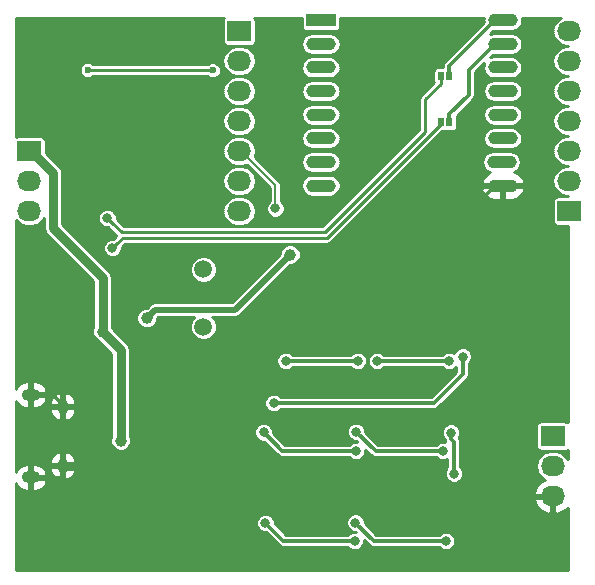
<source format=gbr>
G04 #@! TF.FileFunction,Copper,L2,Bot,Signal*
%FSLAX46Y46*%
G04 Gerber Fmt 4.6, Leading zero omitted, Abs format (unit mm)*
G04 Created by KiCad (PCBNEW 4.0.2-4+6225~38~ubuntu15.10.1-stable) date Mit 23 Mär 2016 00:56:00 CET*
%MOMM*%
G01*
G04 APERTURE LIST*
%ADD10C,0.100000*%
%ADD11R,2.500000X1.100000*%
%ADD12O,2.500000X1.100000*%
%ADD13O,0.950000X1.250000*%
%ADD14O,1.550000X1.000000*%
%ADD15R,0.508000X0.762000*%
%ADD16R,2.032000X1.727200*%
%ADD17O,2.032000X1.727200*%
%ADD18C,1.501140*%
%ADD19C,1.000000*%
%ADD20C,0.600000*%
%ADD21C,0.800000*%
%ADD22C,0.800000*%
%ADD23C,0.250000*%
%ADD24C,0.500000*%
%ADD25C,0.300000*%
%ADD26C,0.200000*%
%ADD27C,0.254000*%
G04 APERTURE END LIST*
D10*
D11*
X245680000Y-57500000D03*
D12*
X245680000Y-59500000D03*
X245680000Y-61500000D03*
X245680000Y-63500000D03*
X245680000Y-65500000D03*
X245680000Y-67500000D03*
X245680000Y-69500000D03*
X245680000Y-71500000D03*
X261080000Y-71500000D03*
X260980000Y-69500000D03*
X261080000Y-67500000D03*
X261080000Y-65500000D03*
X261080000Y-63500000D03*
X261080000Y-61500000D03*
X261080000Y-59500000D03*
X261080000Y-57500000D03*
D13*
X223812540Y-90209100D03*
X223812540Y-95209100D03*
D14*
X221112540Y-89209100D03*
X221112540Y-96209100D03*
D15*
X256540000Y-62230000D03*
X255828800Y-62230000D03*
X256561200Y-66150000D03*
X255850000Y-66150000D03*
D16*
X238760000Y-58420000D03*
D17*
X238760000Y-60960000D03*
X238760000Y-63500000D03*
X238760000Y-66040000D03*
X238760000Y-68580000D03*
X238760000Y-71120000D03*
X238760000Y-73660000D03*
D16*
X266700000Y-73660000D03*
D17*
X266700000Y-71120000D03*
X266700000Y-68580000D03*
X266700000Y-66040000D03*
X266700000Y-63500000D03*
X266700000Y-60960000D03*
X266700000Y-58420000D03*
D16*
X220980000Y-68580000D03*
D17*
X220980000Y-71120000D03*
X220980000Y-73660000D03*
D18*
X235712000Y-83466940D03*
X235712000Y-78585060D03*
D16*
X265303000Y-92710000D03*
D17*
X265303000Y-95250000D03*
X265303000Y-97790000D03*
D19*
X227189201Y-83862617D03*
X228727000Y-93091000D03*
D20*
X250190000Y-67691000D03*
X225552000Y-93980000D03*
X225552000Y-93345000D03*
X225171000Y-84455000D03*
X224155000Y-84455000D03*
X223139000Y-84455000D03*
X222123000Y-84455000D03*
X221107000Y-84455000D03*
X220091000Y-84455000D03*
X224663000Y-85471000D03*
X223647000Y-85471000D03*
X222631000Y-85471000D03*
X221615000Y-85471000D03*
X220599000Y-85471000D03*
X225171000Y-82423000D03*
X224155000Y-82423000D03*
X223139000Y-82423000D03*
X222123000Y-82423000D03*
X221107000Y-82423000D03*
X220091000Y-82423000D03*
X224663000Y-83439000D03*
X223647000Y-83439000D03*
X222631000Y-83439000D03*
X221615000Y-83439000D03*
X220599000Y-83439000D03*
X224663000Y-81407000D03*
X223647000Y-81407000D03*
X222631000Y-81407000D03*
X221615000Y-81407000D03*
X220599000Y-81407000D03*
X225171000Y-80391000D03*
X224155000Y-80391000D03*
X223139000Y-80391000D03*
X222123000Y-80391000D03*
X220091000Y-80391000D03*
X221107000Y-80391000D03*
X235712000Y-70993000D03*
X227203000Y-65786000D03*
X227203000Y-68580000D03*
D19*
X224790000Y-73914000D03*
D20*
X234442000Y-102489000D03*
D19*
X233807000Y-88900000D03*
X242912020Y-99936473D03*
X250444000Y-99949000D03*
X258064000Y-99949000D03*
X257937000Y-92329000D03*
X242570000Y-92202000D03*
X250317000Y-91567000D03*
X258318000Y-84709000D03*
X250444000Y-84709000D03*
X242697000Y-84709000D03*
X244475000Y-80772000D03*
X255524000Y-77470000D03*
X221488000Y-75692000D03*
X230947020Y-82707133D03*
X243078000Y-77343000D03*
D20*
X236525657Y-61747361D03*
X225933000Y-61722000D03*
D21*
X227594358Y-74247403D03*
X228023214Y-76805257D03*
X241821432Y-73438428D03*
X248793000Y-86360000D03*
X242697000Y-86360000D03*
X240825169Y-92392804D03*
X248658251Y-93972314D03*
X241681000Y-89916000D03*
X257683000Y-85979000D03*
X240986343Y-100080829D03*
X248539000Y-101600000D03*
X256925679Y-95893309D03*
X256696568Y-92415254D03*
X256540000Y-86360000D03*
X250444000Y-86360000D03*
X256023927Y-93972312D03*
X248666000Y-92329000D03*
X256265689Y-101579752D03*
X248593781Y-100032475D03*
D22*
X227189201Y-79293296D02*
X223012000Y-75116097D01*
X221132400Y-68580000D02*
X220980000Y-68580000D01*
X227189201Y-83862617D02*
X227189201Y-79293296D01*
X223012000Y-75116097D02*
X223012000Y-70459600D01*
X223012000Y-70459600D02*
X221132400Y-68580000D01*
X228727000Y-93091000D02*
X228727000Y-85400416D01*
X228727000Y-85400416D02*
X227189201Y-83862617D01*
X233807000Y-88900000D02*
X233807000Y-87486904D01*
X233807000Y-87486904D02*
X228448843Y-82128747D01*
X228448843Y-82128747D02*
X228448843Y-78798828D01*
X228448843Y-78798828D02*
X224790000Y-75139985D01*
X224790000Y-75139985D02*
X224790000Y-73914000D01*
X228386900Y-95209100D02*
X233807000Y-89789000D01*
X233807000Y-89789000D02*
X233807000Y-88900000D01*
X223812540Y-95209100D02*
X228386900Y-95209100D01*
D23*
X223812540Y-95209100D02*
X223812540Y-96084100D01*
X223812540Y-96084100D02*
X223687540Y-96209100D01*
X223687540Y-96209100D02*
X222137540Y-96209100D01*
X222137540Y-96209100D02*
X221112540Y-96209100D01*
D24*
X221112540Y-89209100D02*
X221112540Y-85984540D01*
X221112540Y-85984540D02*
X220599000Y-85471000D01*
X235712000Y-70993000D02*
X233299000Y-68580000D01*
X233299000Y-68580000D02*
X227203000Y-68580000D01*
X227502999Y-66212999D02*
X227203000Y-65913000D01*
X227203000Y-65913000D02*
X227203000Y-65786000D01*
X227203000Y-68580000D02*
X227502999Y-68280001D01*
X227502999Y-68280001D02*
X227502999Y-66212999D01*
X227203000Y-70793894D02*
X227203000Y-68580000D01*
X224790000Y-73914000D02*
X224790000Y-73206894D01*
X224790000Y-73206894D02*
X227203000Y-70793894D01*
D25*
X223812540Y-90209100D02*
X223812540Y-91134100D01*
X223812540Y-91134100D02*
X223812540Y-95209100D01*
X221112540Y-89209100D02*
X222962540Y-89209100D01*
X222962540Y-89209100D02*
X223812540Y-90059100D01*
X223812540Y-90059100D02*
X223812540Y-90209100D01*
X234442000Y-102489000D02*
X236728000Y-102489000D01*
X236728000Y-102489000D02*
X240284000Y-98933000D01*
X240284000Y-98933000D02*
X241908547Y-98933000D01*
X241908547Y-98933000D02*
X242912020Y-99936473D01*
D23*
X237236000Y-90170000D02*
X235077000Y-90170000D01*
X235077000Y-90170000D02*
X233807000Y-88900000D01*
D25*
X251333000Y-99060000D02*
X257175000Y-99060000D01*
X257175000Y-99060000D02*
X258064000Y-99949000D01*
X250444000Y-99949000D02*
X251333000Y-99060000D01*
X243788493Y-99060000D02*
X249555000Y-99060000D01*
X249555000Y-99060000D02*
X250444000Y-99949000D01*
X242912020Y-99936473D02*
X243788493Y-99060000D01*
X242912020Y-99936473D02*
X247281527Y-99936473D01*
X250317000Y-91567000D02*
X257175000Y-91567000D01*
X257175000Y-91567000D02*
X257937000Y-92329000D01*
X242570000Y-92202000D02*
X243277106Y-92202000D01*
X243277106Y-92202000D02*
X243912106Y-91567000D01*
X243912106Y-91567000D02*
X249609894Y-91567000D01*
X249609894Y-91567000D02*
X250317000Y-91567000D01*
X240919000Y-90551000D02*
X237617000Y-90551000D01*
X237617000Y-90551000D02*
X237236000Y-90170000D01*
X242570000Y-92202000D02*
X240919000Y-90551000D01*
X255524000Y-77470000D02*
X256023999Y-76970001D01*
X256023999Y-76970001D02*
X256023999Y-75856001D01*
X256023999Y-75856001D02*
X260380000Y-71500000D01*
X255524000Y-77470000D02*
X252222000Y-80772000D01*
X252222000Y-80772000D02*
X244475000Y-80772000D01*
X242697000Y-84709000D02*
X237236000Y-90170000D01*
X244475000Y-80772000D02*
X242697000Y-82550000D01*
X242697000Y-82550000D02*
X242697000Y-84709000D01*
X258318000Y-84709000D02*
X257610894Y-84709000D01*
X257610894Y-84709000D02*
X250444000Y-84709000D01*
X250444000Y-84709000D02*
X242697000Y-84709000D01*
D24*
X238420973Y-82000027D02*
X231654126Y-82000027D01*
X243078000Y-77343000D02*
X238420973Y-82000027D01*
X231447019Y-82207134D02*
X230947020Y-82707133D01*
X231654126Y-82000027D02*
X231447019Y-82207134D01*
D23*
X236500296Y-61722000D02*
X236525657Y-61747361D01*
X225933000Y-61722000D02*
X236500296Y-61722000D01*
D25*
X256540000Y-62230000D02*
X256540000Y-61340000D01*
X256540000Y-61340000D02*
X260380000Y-57500000D01*
D23*
X255828800Y-62861000D02*
X254527397Y-64162403D01*
X254527397Y-66963193D02*
X246021401Y-75469189D01*
X228816144Y-75469189D02*
X227994357Y-74647402D01*
X254527397Y-64162403D02*
X254527397Y-66963193D01*
X255828800Y-62230000D02*
X255828800Y-62861000D01*
X246021401Y-75469189D02*
X228816144Y-75469189D01*
X227994357Y-74647402D02*
X227594358Y-74247403D01*
D25*
X258191000Y-61689000D02*
X258191000Y-63839200D01*
X258191000Y-63839200D02*
X256561200Y-65469000D01*
X256561200Y-65469000D02*
X256561200Y-66150000D01*
X260380000Y-59500000D02*
X258191000Y-61689000D01*
D23*
X228423213Y-76405258D02*
X228023214Y-76805257D01*
X228909271Y-75919200D02*
X228423213Y-76405258D01*
X246207801Y-75919200D02*
X228909271Y-75919200D01*
X255850000Y-66150000D02*
X255850000Y-66277000D01*
X255850000Y-66277000D02*
X246207801Y-75919200D01*
D26*
X241821432Y-72872743D02*
X241821432Y-73438428D01*
X238912400Y-68580000D02*
X241821432Y-71489032D01*
X238760000Y-68580000D02*
X238912400Y-68580000D01*
X241821432Y-71489032D02*
X241821432Y-72872743D01*
D25*
X242697000Y-86360000D02*
X248793000Y-86360000D01*
X242404679Y-93972314D02*
X240825169Y-92392804D01*
X248658251Y-93972314D02*
X242404679Y-93972314D01*
X257683000Y-85979000D02*
X257683000Y-87469380D01*
X257683000Y-87469380D02*
X255236380Y-89916000D01*
X255236380Y-89916000D02*
X241681000Y-89916000D01*
X241386342Y-100480828D02*
X240986343Y-100080829D01*
X242505514Y-101600000D02*
X241386342Y-100480828D01*
X248539000Y-101600000D02*
X242505514Y-101600000D01*
X256925679Y-93210050D02*
X256925679Y-95893309D01*
X256696568Y-92980939D02*
X256925679Y-93210050D01*
X256696568Y-92415254D02*
X256696568Y-92980939D01*
X250444000Y-86360000D02*
X256540000Y-86360000D01*
X250309312Y-93972312D02*
X256023927Y-93972312D01*
X248666000Y-92329000D02*
X250309312Y-93972312D01*
X255700004Y-101579752D02*
X256265689Y-101579752D01*
X248593781Y-100032475D02*
X250141058Y-101579752D01*
X250141058Y-101579752D02*
X255700004Y-101579752D01*
D27*
X219837000Y-57277000D02*
X237474605Y-57277000D01*
X240041963Y-57277000D02*
X244041536Y-57277000D01*
X247318464Y-57277000D02*
X259461404Y-57277000D01*
X262698596Y-57277000D02*
X266033676Y-57277000D01*
X219837000Y-57480200D02*
X237370967Y-57480200D01*
X240150126Y-57480200D02*
X244041536Y-57480200D01*
X247318464Y-57480200D02*
X259420986Y-57480200D01*
X262739015Y-57480200D02*
X265729566Y-57480200D01*
X219837000Y-57683400D02*
X237355536Y-57683400D01*
X240164464Y-57683400D02*
X244041536Y-57683400D01*
X247318464Y-57683400D02*
X259445652Y-57683400D01*
X262706472Y-57683400D02*
X265544306Y-57683400D01*
X219837000Y-57886600D02*
X237355536Y-57886600D01*
X240164464Y-57886600D02*
X244041536Y-57886600D01*
X247318464Y-57886600D02*
X259242452Y-57886600D01*
X262651824Y-57886600D02*
X265408532Y-57886600D01*
X219837000Y-58089800D02*
X237355536Y-58089800D01*
X240164464Y-58089800D02*
X244049024Y-58089800D01*
X247310404Y-58089800D02*
X259039252Y-58089800D01*
X262516050Y-58089800D02*
X265341313Y-58089800D01*
X219837000Y-58293000D02*
X237355536Y-58293000D01*
X240164464Y-58293000D02*
X244133615Y-58293000D01*
X247225089Y-58293000D02*
X258836052Y-58293000D01*
X262268700Y-58293000D02*
X265300893Y-58293000D01*
X219837000Y-58496200D02*
X237355536Y-58496200D01*
X240164464Y-58496200D02*
X258632852Y-58496200D01*
X260134748Y-58496200D02*
X265290788Y-58496200D01*
X219837000Y-58699400D02*
X237355536Y-58699400D01*
X240164464Y-58699400D02*
X244502674Y-58699400D01*
X246857327Y-58699400D02*
X258429652Y-58699400D01*
X262257327Y-58699400D02*
X265331207Y-58699400D01*
X219837000Y-58902600D02*
X237355536Y-58902600D01*
X240164464Y-58902600D02*
X244249029Y-58902600D01*
X247110972Y-58902600D02*
X258226452Y-58902600D01*
X262510972Y-58902600D02*
X265374588Y-58902600D01*
X219837000Y-59105800D02*
X237355536Y-59105800D01*
X240164464Y-59105800D02*
X244113254Y-59105800D01*
X247246747Y-59105800D02*
X258023252Y-59105800D01*
X262646747Y-59105800D02*
X265510362Y-59105800D01*
X219837000Y-59309000D02*
X237360315Y-59309000D01*
X240159320Y-59309000D02*
X244055040Y-59309000D01*
X247304961Y-59309000D02*
X257820052Y-59309000D01*
X262704961Y-59309000D02*
X265653538Y-59309000D01*
X219837000Y-59512200D02*
X237438349Y-59512200D01*
X240080928Y-59512200D02*
X244019473Y-59512200D01*
X247340526Y-59512200D02*
X257616852Y-59512200D01*
X262740526Y-59512200D02*
X265957648Y-59512200D01*
X219837000Y-59715400D02*
X238580231Y-59715400D01*
X238939769Y-59715400D02*
X244059892Y-59715400D01*
X247300107Y-59715400D02*
X257413652Y-59715400D01*
X262700107Y-59715400D02*
X266520231Y-59715400D01*
X219837000Y-59918600D02*
X237941622Y-59918600D01*
X239578379Y-59918600D02*
X244129557Y-59918600D01*
X247230442Y-59918600D02*
X257210452Y-59918600D01*
X262630442Y-59918600D02*
X265881622Y-59918600D01*
X219837000Y-60121800D02*
X237672193Y-60121800D01*
X239847808Y-60121800D02*
X244265331Y-60121800D01*
X247094668Y-60121800D02*
X257007252Y-60121800D01*
X262494668Y-60121800D02*
X265612193Y-60121800D01*
X219837000Y-60325000D02*
X237536419Y-60325000D01*
X239983582Y-60325000D02*
X244539190Y-60325000D01*
X246820809Y-60325000D02*
X256804052Y-60325000D01*
X262220809Y-60325000D02*
X265476419Y-60325000D01*
X219837000Y-60528200D02*
X237421522Y-60528200D01*
X240098479Y-60528200D02*
X256600852Y-60528200D01*
X260102748Y-60528200D02*
X265361522Y-60528200D01*
X219837000Y-60731400D02*
X237381103Y-60731400D01*
X240138898Y-60731400D02*
X244454783Y-60731400D01*
X246905218Y-60731400D02*
X256397652Y-60731400D01*
X262305218Y-60731400D02*
X265321103Y-60731400D01*
X219837000Y-60934600D02*
X237340684Y-60934600D01*
X240179317Y-60934600D02*
X244227647Y-60934600D01*
X247132354Y-60934600D02*
X256194452Y-60934600D01*
X262532354Y-60934600D02*
X265280684Y-60934600D01*
X219837000Y-61137800D02*
X225563574Y-61137800D01*
X226301889Y-61137800D02*
X236217610Y-61137800D01*
X236833470Y-61137800D02*
X237370997Y-61137800D01*
X240149002Y-61137800D02*
X244091872Y-61137800D01*
X247268129Y-61137800D02*
X256049221Y-61137800D01*
X262668129Y-61137800D02*
X265310997Y-61137800D01*
X219837000Y-61341000D02*
X225353830Y-61341000D01*
X237082246Y-61341000D02*
X237411416Y-61341000D01*
X240108583Y-61341000D02*
X244048675Y-61341000D01*
X247311326Y-61341000D02*
X256009000Y-61341000D01*
X259289947Y-61341000D02*
X259448675Y-61341000D01*
X262711326Y-61341000D02*
X265351416Y-61341000D01*
X219837000Y-61544200D02*
X225269453Y-61544200D01*
X237178556Y-61544200D02*
X237502475Y-61544200D01*
X240017524Y-61544200D02*
X244025838Y-61544200D01*
X247334161Y-61544200D02*
X255344879Y-61544200D01*
X259086747Y-61544200D02*
X259425838Y-61544200D01*
X262734161Y-61544200D02*
X265442475Y-61544200D01*
X219837000Y-61747400D02*
X225251978Y-61747400D01*
X237206657Y-61747400D02*
X237638249Y-61747400D01*
X239881750Y-61747400D02*
X244066257Y-61747400D01*
X247293742Y-61747400D02*
X255206911Y-61747400D01*
X258883547Y-61747400D02*
X259466257Y-61747400D01*
X262693742Y-61747400D02*
X265578249Y-61747400D01*
X219837000Y-61950600D02*
X225290612Y-61950600D01*
X237178641Y-61950600D02*
X237865593Y-61950600D01*
X239654406Y-61950600D02*
X244150939Y-61950600D01*
X247209060Y-61950600D02*
X255186336Y-61950600D01*
X258722000Y-61950600D02*
X259550939Y-61950600D01*
X262609060Y-61950600D02*
X265805593Y-61950600D01*
X219837000Y-62153800D02*
X225401806Y-62153800D01*
X237082428Y-62153800D02*
X238324843Y-62153800D01*
X239195156Y-62153800D02*
X244286713Y-62153800D01*
X247073286Y-62153800D02*
X255186336Y-62153800D01*
X258722000Y-62153800D02*
X259686713Y-62153800D01*
X262473286Y-62153800D02*
X266264843Y-62153800D01*
X219837000Y-62357000D02*
X225686450Y-62357000D01*
X226179479Y-62357000D02*
X236218032Y-62357000D01*
X236833515Y-62357000D02*
X238093677Y-62357000D01*
X239426324Y-62357000D02*
X244587081Y-62357000D01*
X246772918Y-62357000D02*
X255186336Y-62357000D01*
X258722000Y-62357000D02*
X259987081Y-62357000D01*
X262172918Y-62357000D02*
X266033677Y-62357000D01*
X219837000Y-62560200D02*
X237789566Y-62560200D01*
X239730435Y-62560200D02*
X255186336Y-62560200D01*
X258722000Y-62560200D02*
X265729566Y-62560200D01*
X219837000Y-62763400D02*
X237604306Y-62763400D01*
X239915695Y-62763400D02*
X244406891Y-62763400D01*
X246953110Y-62763400D02*
X255210808Y-62763400D01*
X258722000Y-62763400D02*
X259806891Y-62763400D01*
X262353110Y-62763400D02*
X265544306Y-62763400D01*
X219837000Y-62966600D02*
X237468532Y-62966600D01*
X240051469Y-62966600D02*
X244206265Y-62966600D01*
X247153736Y-62966600D02*
X255007608Y-62966600D01*
X258722000Y-62966600D02*
X259606265Y-62966600D01*
X262553736Y-62966600D02*
X265408532Y-62966600D01*
X219837000Y-63169800D02*
X237401313Y-63169800D01*
X240118688Y-63169800D02*
X244082728Y-63169800D01*
X247277273Y-63169800D02*
X254804408Y-63169800D01*
X258722000Y-63169800D02*
X259482728Y-63169800D01*
X262677273Y-63169800D02*
X265341313Y-63169800D01*
X219837000Y-63373000D02*
X237360893Y-63373000D01*
X240159108Y-63373000D02*
X244042309Y-63373000D01*
X247317692Y-63373000D02*
X254601208Y-63373000D01*
X258722000Y-63373000D02*
X259442309Y-63373000D01*
X262717692Y-63373000D02*
X265300893Y-63373000D01*
X219837000Y-63576200D02*
X237350788Y-63576200D01*
X240169211Y-63576200D02*
X244032204Y-63576200D01*
X247327795Y-63576200D02*
X254398008Y-63576200D01*
X258722000Y-63576200D02*
X259432204Y-63576200D01*
X262727795Y-63576200D02*
X265290788Y-63576200D01*
X219837000Y-63779400D02*
X237391207Y-63779400D01*
X240128792Y-63779400D02*
X244072623Y-63779400D01*
X247287376Y-63779400D02*
X254194808Y-63779400D01*
X258722000Y-63779400D02*
X259472623Y-63779400D01*
X262687376Y-63779400D02*
X265331207Y-63779400D01*
X219837000Y-63982600D02*
X237434588Y-63982600D01*
X240085411Y-63982600D02*
X244172320Y-63982600D01*
X247187679Y-63982600D02*
X254057163Y-63982600D01*
X258693475Y-63982600D02*
X259572320Y-63982600D01*
X262587679Y-63982600D02*
X265374588Y-63982600D01*
X219837000Y-64185800D02*
X237570362Y-64185800D01*
X239949637Y-64185800D02*
X244330863Y-64185800D01*
X247029136Y-64185800D02*
X254021397Y-64185800D01*
X258585766Y-64185800D02*
X259730863Y-64185800D01*
X262429136Y-64185800D02*
X265510362Y-64185800D01*
X219837000Y-64389000D02*
X237713538Y-64389000D01*
X239806461Y-64389000D02*
X244736898Y-64389000D01*
X246623101Y-64389000D02*
X254021397Y-64389000D01*
X258392148Y-64389000D02*
X260136898Y-64389000D01*
X262023101Y-64389000D02*
X265653538Y-64389000D01*
X219837000Y-64592200D02*
X238017648Y-64592200D01*
X239502351Y-64592200D02*
X244831413Y-64592200D01*
X246528588Y-64592200D02*
X254021397Y-64592200D01*
X258188948Y-64592200D02*
X260231413Y-64592200D01*
X261928588Y-64592200D02*
X265957648Y-64592200D01*
X219837000Y-64795400D02*
X238580231Y-64795400D01*
X238939769Y-64795400D02*
X244359000Y-64795400D01*
X247001001Y-64795400D02*
X254021397Y-64795400D01*
X257985748Y-64795400D02*
X259759000Y-64795400D01*
X262401001Y-64795400D02*
X266520231Y-64795400D01*
X219837000Y-64998600D02*
X237941622Y-64998600D01*
X239578379Y-64998600D02*
X244184883Y-64998600D01*
X247175118Y-64998600D02*
X254021397Y-64998600D01*
X257782548Y-64998600D02*
X259584883Y-64998600D01*
X262575118Y-64998600D02*
X265881622Y-64998600D01*
X219837000Y-65201800D02*
X237672193Y-65201800D01*
X239847808Y-65201800D02*
X244076363Y-65201800D01*
X247283638Y-65201800D02*
X254021397Y-65201800D01*
X257579348Y-65201800D02*
X259476363Y-65201800D01*
X262683638Y-65201800D02*
X265612193Y-65201800D01*
X219837000Y-65405000D02*
X237536419Y-65405000D01*
X239983582Y-65405000D02*
X244035944Y-65405000D01*
X247324057Y-65405000D02*
X254021397Y-65405000D01*
X257376148Y-65405000D02*
X259435944Y-65405000D01*
X262724057Y-65405000D02*
X265476419Y-65405000D01*
X219837000Y-65608200D02*
X237421522Y-65608200D01*
X240098479Y-65608200D02*
X244038569Y-65608200D01*
X247321430Y-65608200D02*
X254021397Y-65608200D01*
X257172948Y-65608200D02*
X259438569Y-65608200D01*
X262721430Y-65608200D02*
X265361522Y-65608200D01*
X219837000Y-65811400D02*
X237381103Y-65811400D01*
X240138898Y-65811400D02*
X244078988Y-65811400D01*
X247281011Y-65811400D02*
X254021397Y-65811400D01*
X257203664Y-65811400D02*
X259478988Y-65811400D01*
X262681011Y-65811400D02*
X265321103Y-65811400D01*
X219837000Y-66014600D02*
X237340684Y-66014600D01*
X240179317Y-66014600D02*
X244193702Y-66014600D01*
X247166297Y-66014600D02*
X254021397Y-66014600D01*
X257203664Y-66014600D02*
X259593702Y-66014600D01*
X262566297Y-66014600D02*
X265280684Y-66014600D01*
X219837000Y-66217800D02*
X237370997Y-66217800D01*
X240149002Y-66217800D02*
X244378754Y-66217800D01*
X246981245Y-66217800D02*
X254021397Y-66217800D01*
X257203664Y-66217800D02*
X259778754Y-66217800D01*
X262381245Y-66217800D02*
X265310997Y-66217800D01*
X219837000Y-66421000D02*
X237411416Y-66421000D01*
X240108583Y-66421000D02*
X244897773Y-66421000D01*
X246462226Y-66421000D02*
X254021397Y-66421000D01*
X257203664Y-66421000D02*
X260297773Y-66421000D01*
X261862226Y-66421000D02*
X265351416Y-66421000D01*
X219837000Y-66624200D02*
X237502475Y-66624200D01*
X240017524Y-66624200D02*
X244670538Y-66624200D01*
X246689463Y-66624200D02*
X254021397Y-66624200D01*
X257184790Y-66624200D02*
X260070538Y-66624200D01*
X262089463Y-66624200D02*
X265442475Y-66624200D01*
X219837000Y-66827400D02*
X237638249Y-66827400D01*
X239881750Y-66827400D02*
X244311109Y-66827400D01*
X247048892Y-66827400D02*
X253947598Y-66827400D01*
X257058175Y-66827400D02*
X259711109Y-66827400D01*
X262448892Y-66827400D02*
X265578249Y-66827400D01*
X219837000Y-67030600D02*
X237865593Y-67030600D01*
X239654406Y-67030600D02*
X244163501Y-67030600D01*
X247196500Y-67030600D02*
X253744398Y-67030600D01*
X255811992Y-67030600D02*
X259563501Y-67030600D01*
X262596500Y-67030600D02*
X265805593Y-67030600D01*
X219837000Y-67233800D02*
X238324843Y-67233800D01*
X239195156Y-67233800D02*
X244069998Y-67233800D01*
X247290003Y-67233800D02*
X253541198Y-67233800D01*
X255608792Y-67233800D02*
X259469998Y-67233800D01*
X262690003Y-67233800D02*
X266264843Y-67233800D01*
X222261963Y-67437000D02*
X238093677Y-67437000D01*
X239426324Y-67437000D02*
X244029579Y-67437000D01*
X247330422Y-67437000D02*
X253337998Y-67437000D01*
X255405592Y-67437000D02*
X259429579Y-67437000D01*
X262730422Y-67437000D02*
X266033677Y-67437000D01*
X222370126Y-67640200D02*
X237789566Y-67640200D01*
X239730435Y-67640200D02*
X244044934Y-67640200D01*
X247315065Y-67640200D02*
X253134798Y-67640200D01*
X255202392Y-67640200D02*
X259444934Y-67640200D01*
X262715065Y-67640200D02*
X265729566Y-67640200D01*
X222384464Y-67843400D02*
X237604306Y-67843400D01*
X239915695Y-67843400D02*
X244085353Y-67843400D01*
X247274646Y-67843400D02*
X252931598Y-67843400D01*
X254999192Y-67843400D02*
X259485353Y-67843400D01*
X262674646Y-67843400D02*
X265544306Y-67843400D01*
X222384464Y-68046600D02*
X237468532Y-68046600D01*
X240051469Y-68046600D02*
X244215084Y-68046600D01*
X247144915Y-68046600D02*
X252728398Y-68046600D01*
X254795992Y-68046600D02*
X259615084Y-68046600D01*
X262544915Y-68046600D02*
X265408532Y-68046600D01*
X222384464Y-68249800D02*
X237401313Y-68249800D01*
X240118688Y-68249800D02*
X244426646Y-68249800D01*
X246933353Y-68249800D02*
X252525198Y-68249800D01*
X254592792Y-68249800D02*
X259826646Y-68249800D01*
X262333353Y-68249800D02*
X265341313Y-68249800D01*
X222384464Y-68453000D02*
X237360893Y-68453000D01*
X240159108Y-68453000D02*
X252321998Y-68453000D01*
X254389592Y-68453000D02*
X265300893Y-68453000D01*
X222384464Y-68656200D02*
X237350788Y-68656200D01*
X240169211Y-68656200D02*
X244567327Y-68656200D01*
X246792674Y-68656200D02*
X252118798Y-68656200D01*
X254186392Y-68656200D02*
X259867327Y-68656200D01*
X262092674Y-68656200D02*
X265290788Y-68656200D01*
X222516301Y-68859400D02*
X237391207Y-68859400D01*
X240128792Y-68859400D02*
X244277894Y-68859400D01*
X247082107Y-68859400D02*
X251915598Y-68859400D01*
X253983192Y-68859400D02*
X259577894Y-68859400D01*
X262382107Y-68859400D02*
X265331207Y-68859400D01*
X222719501Y-69062600D02*
X237434588Y-69062600D01*
X240085411Y-69062600D02*
X244142120Y-69062600D01*
X247217881Y-69062600D02*
X251712398Y-69062600D01*
X253779992Y-69062600D02*
X259442120Y-69062600D01*
X262517881Y-69062600D02*
X265374588Y-69062600D01*
X222922701Y-69265800D02*
X237570362Y-69265800D01*
X240278437Y-69265800D02*
X244063633Y-69265800D01*
X247296368Y-69265800D02*
X251509198Y-69265800D01*
X253576792Y-69265800D02*
X259363633Y-69265800D01*
X262596368Y-69265800D02*
X265510362Y-69265800D01*
X223125901Y-69469000D02*
X237713538Y-69469000D01*
X240481637Y-69469000D02*
X244023214Y-69469000D01*
X247336787Y-69469000D02*
X251305998Y-69469000D01*
X253373592Y-69469000D02*
X259323214Y-69469000D01*
X262636787Y-69469000D02*
X265653538Y-69469000D01*
X223329101Y-69672200D02*
X238017648Y-69672200D01*
X240684837Y-69672200D02*
X244051299Y-69672200D01*
X247308700Y-69672200D02*
X251102798Y-69672200D01*
X253170392Y-69672200D02*
X259351299Y-69672200D01*
X262608700Y-69672200D02*
X265957648Y-69672200D01*
X223532301Y-69875400D02*
X238580231Y-69875400D01*
X238939769Y-69875400D02*
X239527563Y-69875400D01*
X240888037Y-69875400D02*
X244100691Y-69875400D01*
X247259308Y-69875400D02*
X250899598Y-69875400D01*
X252967192Y-69875400D02*
X259400691Y-69875400D01*
X262559308Y-69875400D02*
X266520231Y-69875400D01*
X223678677Y-70078600D02*
X237941622Y-70078600D01*
X239578379Y-70078600D02*
X239730763Y-70078600D01*
X241091237Y-70078600D02*
X244236466Y-70078600D01*
X247123533Y-70078600D02*
X250696398Y-70078600D01*
X252763992Y-70078600D02*
X259536466Y-70078600D01*
X262423533Y-70078600D02*
X265881622Y-70078600D01*
X223757634Y-70281800D02*
X237672193Y-70281800D01*
X239847808Y-70281800D02*
X239933963Y-70281800D01*
X241294437Y-70281800D02*
X244474537Y-70281800D01*
X246885462Y-70281800D02*
X250493198Y-70281800D01*
X252560792Y-70281800D02*
X259774537Y-70281800D01*
X262185462Y-70281800D02*
X265612193Y-70281800D01*
X223793000Y-70485000D02*
X237536419Y-70485000D01*
X239983582Y-70485000D02*
X240137163Y-70485000D01*
X241497637Y-70485000D02*
X250289998Y-70485000D01*
X252357592Y-70485000D02*
X259771834Y-70485000D01*
X262388167Y-70485000D02*
X265476419Y-70485000D01*
X223793000Y-70688200D02*
X237421522Y-70688200D01*
X240098479Y-70688200D02*
X240340363Y-70688200D01*
X241700837Y-70688200D02*
X244519436Y-70688200D01*
X246840565Y-70688200D02*
X250086798Y-70688200D01*
X252154392Y-70688200D02*
X259528528Y-70688200D01*
X262631473Y-70688200D02*
X265361522Y-70688200D01*
X223793000Y-70891400D02*
X237381103Y-70891400D01*
X240138898Y-70891400D02*
X240543563Y-70891400D01*
X241904037Y-70891400D02*
X244256512Y-70891400D01*
X247103489Y-70891400D02*
X249883598Y-70891400D01*
X251951192Y-70891400D02*
X259379237Y-70891400D01*
X262780764Y-70891400D02*
X265321103Y-70891400D01*
X223793000Y-71094600D02*
X237340684Y-71094600D01*
X240179317Y-71094600D02*
X240746763Y-71094600D01*
X242107237Y-71094600D02*
X244120738Y-71094600D01*
X247239263Y-71094600D02*
X249680398Y-71094600D01*
X251747992Y-71094600D02*
X259272858Y-71094600D01*
X262887143Y-71094600D02*
X265280684Y-71094600D01*
X223793000Y-71297800D02*
X237370997Y-71297800D01*
X240149002Y-71297800D02*
X240949963Y-71297800D01*
X242261034Y-71297800D02*
X244057268Y-71297800D01*
X247302733Y-71297800D02*
X249477198Y-71297800D01*
X251544792Y-71297800D02*
X259310019Y-71297800D01*
X262849980Y-71297800D02*
X265310997Y-71297800D01*
X223793000Y-71501000D02*
X237411416Y-71501000D01*
X240108583Y-71501000D02*
X241153163Y-71501000D01*
X242302432Y-71501000D02*
X244017245Y-71501000D01*
X247342754Y-71501000D02*
X249273998Y-71501000D01*
X251341592Y-71501000D02*
X265351416Y-71501000D01*
X223793000Y-71704200D02*
X237502475Y-71704200D01*
X240017524Y-71704200D02*
X241340432Y-71704200D01*
X242302432Y-71704200D02*
X244057664Y-71704200D01*
X247302335Y-71704200D02*
X249070798Y-71704200D01*
X251138392Y-71704200D02*
X259308647Y-71704200D01*
X260953000Y-71704200D02*
X261207000Y-71704200D01*
X262851354Y-71704200D02*
X265442475Y-71704200D01*
X223793000Y-71907400D02*
X237638249Y-71907400D01*
X239881750Y-71907400D02*
X241340432Y-71907400D01*
X242302432Y-71907400D02*
X244122073Y-71907400D01*
X247237926Y-71907400D02*
X248867598Y-71907400D01*
X250935192Y-71907400D02*
X259273904Y-71907400D01*
X260953000Y-71907400D02*
X261207000Y-71907400D01*
X262886095Y-71907400D02*
X265578249Y-71907400D01*
X223793000Y-72110600D02*
X237865593Y-72110600D01*
X239654406Y-72110600D02*
X241340432Y-72110600D01*
X242302432Y-72110600D02*
X244257848Y-72110600D01*
X247102151Y-72110600D02*
X248664398Y-72110600D01*
X250731992Y-72110600D02*
X259380283Y-72110600D01*
X260953000Y-72110600D02*
X261207000Y-72110600D01*
X262779716Y-72110600D02*
X265805593Y-72110600D01*
X223793000Y-72313800D02*
X238324843Y-72313800D01*
X239195156Y-72313800D02*
X241340432Y-72313800D01*
X242302432Y-72313800D02*
X244522428Y-72313800D01*
X246837571Y-72313800D02*
X248461198Y-72313800D01*
X250528792Y-72313800D02*
X259530921Y-72313800D01*
X260953000Y-72313800D02*
X261207000Y-72313800D01*
X262629078Y-72313800D02*
X266264843Y-72313800D01*
X223793000Y-72517000D02*
X238093677Y-72517000D01*
X239426324Y-72517000D02*
X241340432Y-72517000D01*
X242302432Y-72517000D02*
X248257998Y-72517000D01*
X250325592Y-72517000D02*
X259774228Y-72517000D01*
X260953000Y-72517000D02*
X261207000Y-72517000D01*
X262385771Y-72517000D02*
X265414606Y-72517000D01*
X223793000Y-72720200D02*
X237789566Y-72720200D01*
X239730435Y-72720200D02*
X241340432Y-72720200D01*
X242302432Y-72720200D02*
X248054798Y-72720200D01*
X250122392Y-72720200D02*
X265310967Y-72720200D01*
X223793000Y-72923400D02*
X237604306Y-72923400D01*
X239915695Y-72923400D02*
X241231894Y-72923400D01*
X242410841Y-72923400D02*
X247851598Y-72923400D01*
X249919192Y-72923400D02*
X265295536Y-72923400D01*
X223793000Y-73126600D02*
X237468532Y-73126600D01*
X240051469Y-73126600D02*
X241105260Y-73126600D01*
X242537632Y-73126600D02*
X247648398Y-73126600D01*
X249715992Y-73126600D02*
X265295536Y-73126600D01*
X223793000Y-73329800D02*
X237401313Y-73329800D01*
X240118688Y-73329800D02*
X241040527Y-73329800D01*
X242602527Y-73329800D02*
X247445198Y-73329800D01*
X249512792Y-73329800D02*
X265295536Y-73329800D01*
X223793000Y-73533000D02*
X227278184Y-73533000D01*
X227910447Y-73533000D02*
X237360893Y-73533000D01*
X240159108Y-73533000D02*
X241040349Y-73533000D01*
X242602349Y-73533000D02*
X247241998Y-73533000D01*
X249309592Y-73533000D02*
X265295536Y-73533000D01*
X223793000Y-73736200D02*
X227000988Y-73736200D01*
X228187586Y-73736200D02*
X237350788Y-73736200D01*
X240169211Y-73736200D02*
X241099425Y-73736200D01*
X242543440Y-73736200D02*
X247038798Y-73736200D01*
X249106392Y-73736200D02*
X265295536Y-73736200D01*
X223793000Y-73939400D02*
X226876598Y-73939400D01*
X228312138Y-73939400D02*
X237391207Y-73939400D01*
X240128792Y-73939400D02*
X241217991Y-73939400D01*
X242425051Y-73939400D02*
X246835598Y-73939400D01*
X248903192Y-73939400D02*
X265295536Y-73939400D01*
X223793000Y-74142600D02*
X226813450Y-74142600D01*
X228375450Y-74142600D02*
X237434588Y-74142600D01*
X240085411Y-74142600D02*
X241480703Y-74142600D01*
X242162367Y-74142600D02*
X246632398Y-74142600D01*
X248699992Y-74142600D02*
X265295536Y-74142600D01*
X222169637Y-74345800D02*
X222231000Y-74345800D01*
X223793000Y-74345800D02*
X226813272Y-74345800D01*
X228408347Y-74345800D02*
X237570362Y-74345800D01*
X239949637Y-74345800D02*
X246429198Y-74345800D01*
X248496792Y-74345800D02*
X265295536Y-74345800D01*
X219837000Y-74549000D02*
X219933538Y-74549000D01*
X222026461Y-74549000D02*
X222231000Y-74549000D01*
X223793000Y-74549000D02*
X226873931Y-74549000D01*
X228611547Y-74549000D02*
X237713538Y-74549000D01*
X239806461Y-74549000D02*
X246225998Y-74549000D01*
X248293592Y-74549000D02*
X265300315Y-74549000D01*
X219837000Y-74752200D02*
X220237648Y-74752200D01*
X221722351Y-74752200D02*
X222231000Y-74752200D01*
X223793000Y-74752200D02*
X226994736Y-74752200D01*
X228814747Y-74752200D02*
X238017648Y-74752200D01*
X239502351Y-74752200D02*
X246022798Y-74752200D01*
X248090392Y-74752200D02*
X265378349Y-74752200D01*
X219837000Y-74955400D02*
X222231000Y-74955400D01*
X223955805Y-74955400D02*
X227262841Y-74955400D01*
X229017947Y-74955400D02*
X245819598Y-74955400D01*
X247887192Y-74955400D02*
X266573000Y-74955400D01*
X219837000Y-75158600D02*
X222239454Y-75158600D01*
X224159005Y-75158600D02*
X227789963Y-75158600D01*
X247683992Y-75158600D02*
X266573000Y-75158600D01*
X219837000Y-75361800D02*
X222279872Y-75361800D01*
X224362205Y-75361800D02*
X227993163Y-75361800D01*
X247480792Y-75361800D02*
X266573000Y-75361800D01*
X219837000Y-75565000D02*
X222390694Y-75565000D01*
X224565405Y-75565000D02*
X228196363Y-75565000D01*
X247277592Y-75565000D02*
X266573000Y-75565000D01*
X219837000Y-75768200D02*
X222559602Y-75768200D01*
X224768605Y-75768200D02*
X228344679Y-75768200D01*
X247074392Y-75768200D02*
X266573000Y-75768200D01*
X219837000Y-75971400D02*
X222762802Y-75971400D01*
X224971805Y-75971400D02*
X228141479Y-75971400D01*
X246871192Y-75971400D02*
X266573000Y-75971400D01*
X219837000Y-76174600D02*
X222966002Y-76174600D01*
X225175005Y-76174600D02*
X227549507Y-76174600D01*
X246667992Y-76174600D02*
X266573000Y-76174600D01*
X219837000Y-76377800D02*
X223169202Y-76377800D01*
X225378205Y-76377800D02*
X227355055Y-76377800D01*
X246414733Y-76377800D02*
X266573000Y-76377800D01*
X219837000Y-76581000D02*
X223372402Y-76581000D01*
X225581405Y-76581000D02*
X227270680Y-76581000D01*
X228963063Y-76581000D02*
X242615156Y-76581000D01*
X243540226Y-76581000D02*
X266573000Y-76581000D01*
X219837000Y-76784200D02*
X223575602Y-76784200D01*
X225784605Y-76784200D02*
X227242232Y-76784200D01*
X228804233Y-76784200D02*
X242390766Y-76784200D01*
X243765012Y-76784200D02*
X266573000Y-76784200D01*
X219837000Y-76987400D02*
X223778802Y-76987400D01*
X225987805Y-76987400D02*
X227253430Y-76987400D01*
X228793235Y-76987400D02*
X242271726Y-76987400D01*
X243884313Y-76987400D02*
X266573000Y-76987400D01*
X219837000Y-77190600D02*
X223982002Y-77190600D01*
X226191005Y-77190600D02*
X227337390Y-77190600D01*
X228708860Y-77190600D02*
X242197133Y-77190600D01*
X243959133Y-77190600D02*
X266573000Y-77190600D01*
X219837000Y-77393800D02*
X224185202Y-77393800D01*
X226394205Y-77393800D02*
X227507191Y-77393800D01*
X228539109Y-77393800D02*
X242134832Y-77393800D01*
X243958956Y-77393800D02*
X266573000Y-77393800D01*
X219837000Y-77597000D02*
X224388402Y-77597000D01*
X226597405Y-77597000D02*
X235140109Y-77597000D01*
X236283208Y-77597000D02*
X241931632Y-77597000D01*
X243926463Y-77597000D02*
X266573000Y-77597000D01*
X219837000Y-77800200D02*
X224591603Y-77800200D01*
X226800605Y-77800200D02*
X234896551Y-77800200D01*
X236527397Y-77800200D02*
X241728432Y-77800200D01*
X243842086Y-77800200D02*
X266573000Y-77800200D01*
X219837000Y-78003400D02*
X224794803Y-78003400D01*
X227003805Y-78003400D02*
X234728281Y-78003400D01*
X236696024Y-78003400D02*
X241525232Y-78003400D01*
X243663457Y-78003400D02*
X266573000Y-78003400D01*
X219837000Y-78206600D02*
X224998003Y-78206600D01*
X227207005Y-78206600D02*
X234643905Y-78206600D01*
X236779985Y-78206600D02*
X241322032Y-78206600D01*
X243294954Y-78206600D02*
X266573000Y-78206600D01*
X219837000Y-78409800D02*
X225201203Y-78409800D01*
X227410205Y-78409800D02*
X234580583Y-78409800D01*
X236843723Y-78409800D02*
X241118832Y-78409800D01*
X242903568Y-78409800D02*
X266573000Y-78409800D01*
X219837000Y-78613000D02*
X225404403Y-78613000D01*
X227613405Y-78613000D02*
X234580406Y-78613000D01*
X236843545Y-78613000D02*
X240915632Y-78613000D01*
X242700368Y-78613000D02*
X266573000Y-78613000D01*
X219837000Y-78816200D02*
X225607603Y-78816200D01*
X227791668Y-78816200D02*
X234583144Y-78816200D01*
X236841268Y-78816200D02*
X240712432Y-78816200D01*
X242497168Y-78816200D02*
X266573000Y-78816200D01*
X219837000Y-79019400D02*
X225810803Y-79019400D01*
X227915720Y-79019400D02*
X234667104Y-79019400D01*
X236756892Y-79019400D02*
X240509232Y-79019400D01*
X242293968Y-79019400D02*
X266573000Y-79019400D01*
X219837000Y-79222600D02*
X226014003Y-79222600D01*
X227956139Y-79222600D02*
X234751065Y-79222600D01*
X236672516Y-79222600D02*
X240306032Y-79222600D01*
X242090768Y-79222600D02*
X266573000Y-79222600D01*
X219837000Y-79425800D02*
X226217203Y-79425800D01*
X227970201Y-79425800D02*
X234952386Y-79425800D01*
X236471471Y-79425800D02*
X240102832Y-79425800D01*
X241887568Y-79425800D02*
X266573000Y-79425800D01*
X219837000Y-79629000D02*
X226408201Y-79629000D01*
X227970201Y-79629000D02*
X235275366Y-79629000D01*
X236148651Y-79629000D02*
X239899632Y-79629000D01*
X241684368Y-79629000D02*
X266573000Y-79629000D01*
X219837000Y-79832200D02*
X226408201Y-79832200D01*
X227970201Y-79832200D02*
X239696432Y-79832200D01*
X241481168Y-79832200D02*
X266573000Y-79832200D01*
X219837000Y-80035400D02*
X226408201Y-80035400D01*
X227970201Y-80035400D02*
X239493232Y-80035400D01*
X241277968Y-80035400D02*
X266573000Y-80035400D01*
X219837000Y-80238600D02*
X226408201Y-80238600D01*
X227970201Y-80238600D02*
X239290032Y-80238600D01*
X241074768Y-80238600D02*
X266573000Y-80238600D01*
X219837000Y-80441800D02*
X226408201Y-80441800D01*
X227970201Y-80441800D02*
X239086832Y-80441800D01*
X240871568Y-80441800D02*
X266573000Y-80441800D01*
X219837000Y-80645000D02*
X226408201Y-80645000D01*
X227970201Y-80645000D02*
X238883632Y-80645000D01*
X240668368Y-80645000D02*
X266573000Y-80645000D01*
X219837000Y-80848200D02*
X226408201Y-80848200D01*
X227970201Y-80848200D02*
X238680432Y-80848200D01*
X240465168Y-80848200D02*
X266573000Y-80848200D01*
X219837000Y-81051400D02*
X226408201Y-81051400D01*
X227970201Y-81051400D02*
X238477232Y-81051400D01*
X240261968Y-81051400D02*
X266573000Y-81051400D01*
X219837000Y-81254600D02*
X226408201Y-81254600D01*
X227970201Y-81254600D02*
X238274032Y-81254600D01*
X240058768Y-81254600D02*
X266573000Y-81254600D01*
X219837000Y-81457800D02*
X226408201Y-81457800D01*
X227970201Y-81457800D02*
X231351680Y-81457800D01*
X239855568Y-81457800D02*
X266573000Y-81457800D01*
X219837000Y-81661000D02*
X226408201Y-81661000D01*
X227970201Y-81661000D02*
X231100785Y-81661000D01*
X239652368Y-81661000D02*
X266573000Y-81661000D01*
X219837000Y-81864200D02*
X226408201Y-81864200D01*
X227970201Y-81864200D02*
X230680048Y-81864200D01*
X239449168Y-81864200D02*
X266573000Y-81864200D01*
X219837000Y-82067400D02*
X226408201Y-82067400D01*
X227970201Y-82067400D02*
X230340860Y-82067400D01*
X239245968Y-82067400D02*
X266573000Y-82067400D01*
X219837000Y-82270600D02*
X226408201Y-82270600D01*
X227970201Y-82270600D02*
X230174352Y-82270600D01*
X239042768Y-82270600D02*
X266573000Y-82270600D01*
X219837000Y-82473800D02*
X226408201Y-82473800D01*
X227970201Y-82473800D02*
X230089976Y-82473800D01*
X238825867Y-82473800D02*
X266573000Y-82473800D01*
X219837000Y-82677000D02*
X226408201Y-82677000D01*
X227970201Y-82677000D02*
X230066046Y-82677000D01*
X231869522Y-82677000D02*
X234901640Y-82677000D01*
X236522325Y-82677000D02*
X266573000Y-82677000D01*
X219837000Y-82880200D02*
X226408201Y-82880200D01*
X227970201Y-82880200D02*
X230065869Y-82880200D01*
X231827869Y-82880200D02*
X234730390Y-82880200D01*
X236693925Y-82880200D02*
X266573000Y-82880200D01*
X219837000Y-83083400D02*
X226408201Y-83083400D01*
X227970201Y-83083400D02*
X230149246Y-83083400D01*
X231744713Y-83083400D02*
X234646014Y-83083400D01*
X236777886Y-83083400D02*
X266573000Y-83083400D01*
X219837000Y-83286600D02*
X226408201Y-83286600D01*
X227970201Y-83286600D02*
X230280639Y-83286600D01*
X231613551Y-83286600D02*
X234580588Y-83286600D01*
X236843727Y-83286600D02*
X266573000Y-83286600D01*
X219837000Y-83489800D02*
X226390076Y-83489800D01*
X227988400Y-83489800D02*
X230534566Y-83489800D01*
X231359847Y-83489800D02*
X234580410Y-83489800D01*
X236843550Y-83489800D02*
X266573000Y-83489800D01*
X219837000Y-83693000D02*
X226308349Y-83693000D01*
X228124085Y-83693000D02*
X234581045Y-83693000D01*
X236843373Y-83693000D02*
X266573000Y-83693000D01*
X219837000Y-83896200D02*
X226308172Y-83896200D01*
X228327285Y-83896200D02*
X234665005Y-83896200D01*
X236759001Y-83896200D02*
X266573000Y-83896200D01*
X219837000Y-84099400D02*
X226333793Y-84099400D01*
X228530485Y-84099400D02*
X234748966Y-84099400D01*
X236674625Y-84099400D02*
X266573000Y-84099400D01*
X219837000Y-84302600D02*
X226417754Y-84302600D01*
X228733685Y-84302600D02*
X234947315Y-84302600D01*
X236476560Y-84302600D02*
X266573000Y-84302600D01*
X219837000Y-84505800D02*
X226586425Y-84505800D01*
X228936885Y-84505800D02*
X235263132Y-84505800D01*
X236160946Y-84505800D02*
X266573000Y-84505800D01*
X219837000Y-84709000D02*
X226930192Y-84709000D01*
X229140085Y-84709000D02*
X266573000Y-84709000D01*
X219837000Y-84912200D02*
X227134283Y-84912200D01*
X229322037Y-84912200D02*
X266573000Y-84912200D01*
X219837000Y-85115400D02*
X227337483Y-85115400D01*
X229451307Y-85115400D02*
X266573000Y-85115400D01*
X219837000Y-85318600D02*
X227540683Y-85318600D01*
X229491726Y-85318600D02*
X257239088Y-85318600D01*
X258127291Y-85318600D02*
X266573000Y-85318600D01*
X219837000Y-85521800D02*
X227743883Y-85521800D01*
X229508000Y-85521800D02*
X257035532Y-85521800D01*
X258330136Y-85521800D02*
X266573000Y-85521800D01*
X219837000Y-85725000D02*
X227946000Y-85725000D01*
X229508000Y-85725000D02*
X242227643Y-85725000D01*
X243166647Y-85725000D02*
X248323643Y-85725000D01*
X249262647Y-85725000D02*
X249974643Y-85725000D01*
X250913647Y-85725000D02*
X256070643Y-85725000D01*
X258423094Y-85725000D02*
X266573000Y-85725000D01*
X219837000Y-85928200D02*
X227946000Y-85928200D01*
X229508000Y-85928200D02*
X242030645Y-85928200D01*
X249459628Y-85928200D02*
X249777645Y-85928200D01*
X258464045Y-85928200D02*
X266573000Y-85928200D01*
X219837000Y-86131400D02*
X227946000Y-86131400D01*
X229508000Y-86131400D02*
X241946269Y-86131400D01*
X249543589Y-86131400D02*
X249693269Y-86131400D01*
X258463867Y-86131400D02*
X266573000Y-86131400D01*
X219837000Y-86334600D02*
X227946000Y-86334600D01*
X229508000Y-86334600D02*
X241916022Y-86334600D01*
X249574022Y-86334600D02*
X249663022Y-86334600D01*
X258380996Y-86334600D02*
X266573000Y-86334600D01*
X219837000Y-86537800D02*
X227946000Y-86537800D01*
X229508000Y-86537800D02*
X241925421Y-86537800D01*
X249564825Y-86537800D02*
X249672421Y-86537800D01*
X258228690Y-86537800D02*
X266573000Y-86537800D01*
X219837000Y-86741000D02*
X227946000Y-86741000D01*
X229508000Y-86741000D02*
X242009382Y-86741000D01*
X249480449Y-86741000D02*
X249756382Y-86741000D01*
X258214000Y-86741000D02*
X266573000Y-86741000D01*
X219837000Y-86944200D02*
X227946000Y-86944200D01*
X229508000Y-86944200D02*
X242176642Y-86944200D01*
X243217245Y-86944200D02*
X248272642Y-86944200D01*
X249313245Y-86944200D02*
X249923642Y-86944200D01*
X250964245Y-86944200D02*
X256019642Y-86944200D01*
X257060245Y-86944200D02*
X257152000Y-86944200D01*
X258214000Y-86944200D02*
X266573000Y-86944200D01*
X219837000Y-87147400D02*
X227946000Y-87147400D01*
X229508000Y-87147400D02*
X257152000Y-87147400D01*
X258214000Y-87147400D02*
X266573000Y-87147400D01*
X219837000Y-87350600D02*
X227946000Y-87350600D01*
X229508000Y-87350600D02*
X257050832Y-87350600D01*
X258214000Y-87350600D02*
X266573000Y-87350600D01*
X219837000Y-87553800D02*
X227946000Y-87553800D01*
X229508000Y-87553800D02*
X256847632Y-87553800D01*
X258197207Y-87553800D02*
X266573000Y-87553800D01*
X219837000Y-87757000D02*
X227946000Y-87757000D01*
X229508000Y-87757000D02*
X256644432Y-87757000D01*
X258117175Y-87757000D02*
X266573000Y-87757000D01*
X219837000Y-87960200D02*
X227946000Y-87960200D01*
X229508000Y-87960200D02*
X256441232Y-87960200D01*
X257943128Y-87960200D02*
X266573000Y-87960200D01*
X219837000Y-88163400D02*
X220429620Y-88163400D01*
X220985540Y-88163400D02*
X221239540Y-88163400D01*
X221795461Y-88163400D02*
X227946000Y-88163400D01*
X229508000Y-88163400D02*
X256238032Y-88163400D01*
X257739928Y-88163400D02*
X266573000Y-88163400D01*
X219837000Y-88366600D02*
X220099052Y-88366600D01*
X220985540Y-88366600D02*
X221239540Y-88366600D01*
X222126029Y-88366600D02*
X227946000Y-88366600D01*
X229508000Y-88366600D02*
X256034832Y-88366600D01*
X257536728Y-88366600D02*
X266573000Y-88366600D01*
X219837000Y-88569800D02*
X219909101Y-88569800D01*
X220985540Y-88569800D02*
X221239540Y-88569800D01*
X222315980Y-88569800D02*
X227946000Y-88569800D01*
X229508000Y-88569800D02*
X255831632Y-88569800D01*
X257333528Y-88569800D02*
X266573000Y-88569800D01*
X220985540Y-88773000D02*
X221239540Y-88773000D01*
X222415753Y-88773000D02*
X227946000Y-88773000D01*
X229508000Y-88773000D02*
X255628432Y-88773000D01*
X257130328Y-88773000D02*
X266573000Y-88773000D01*
X220985540Y-88976200D02*
X221239540Y-88976200D01*
X222431896Y-88976200D02*
X227946000Y-88976200D01*
X229508000Y-88976200D02*
X255425232Y-88976200D01*
X256927128Y-88976200D02*
X266573000Y-88976200D01*
X220965540Y-89179400D02*
X223135530Y-89179400D01*
X223685540Y-89179400D02*
X223939540Y-89179400D01*
X224489551Y-89179400D02*
X227946000Y-89179400D01*
X229508000Y-89179400D02*
X241418546Y-89179400D01*
X241943633Y-89179400D02*
X255222032Y-89179400D01*
X256723928Y-89179400D02*
X266573000Y-89179400D01*
X220985540Y-89382600D02*
X221239540Y-89382600D01*
X222389042Y-89382600D02*
X222955347Y-89382600D01*
X223685540Y-89382600D02*
X223939540Y-89382600D01*
X224669734Y-89382600D02*
X227946000Y-89382600D01*
X229508000Y-89382600D02*
X241109866Y-89382600D01*
X242252070Y-89382600D02*
X255018832Y-89382600D01*
X256520728Y-89382600D02*
X266573000Y-89382600D01*
X220985540Y-89585800D02*
X221239540Y-89585800D01*
X222444918Y-89585800D02*
X222822648Y-89585800D01*
X223685540Y-89585800D02*
X223939540Y-89585800D01*
X224802433Y-89585800D02*
X227946000Y-89585800D01*
X229508000Y-89585800D02*
X240972457Y-89585800D01*
X256317528Y-89585800D02*
X266573000Y-89585800D01*
X219837000Y-89789000D02*
X219879934Y-89789000D01*
X220985540Y-89789000D02*
X221239540Y-89789000D01*
X222345145Y-89789000D02*
X222752425Y-89789000D01*
X223685540Y-89789000D02*
X223939540Y-89789000D01*
X224872656Y-89789000D02*
X227946000Y-89789000D01*
X229508000Y-89789000D02*
X240900111Y-89789000D01*
X256114328Y-89789000D02*
X266573000Y-89789000D01*
X219837000Y-89992200D02*
X220028597Y-89992200D01*
X220985540Y-89992200D02*
X221239540Y-89992200D01*
X222196482Y-89992200D02*
X222783224Y-89992200D01*
X223685540Y-89992200D02*
X223939540Y-89992200D01*
X224841855Y-89992200D02*
X227946000Y-89992200D01*
X229508000Y-89992200D02*
X240899933Y-89992200D01*
X255911128Y-89992200D02*
X266573000Y-89992200D01*
X219837000Y-90195400D02*
X220269610Y-90195400D01*
X220985540Y-90195400D02*
X221239540Y-90195400D01*
X221955469Y-90195400D02*
X227946000Y-90195400D01*
X229508000Y-90195400D02*
X240951401Y-90195400D01*
X255707928Y-90195400D02*
X266573000Y-90195400D01*
X219837000Y-90398600D02*
X222806618Y-90398600D01*
X223685540Y-90398600D02*
X223939540Y-90398600D01*
X224818463Y-90398600D02*
X227946000Y-90398600D01*
X229508000Y-90398600D02*
X241059219Y-90398600D01*
X255451527Y-90398600D02*
X266573000Y-90398600D01*
X219837000Y-90601800D02*
X222742955Y-90601800D01*
X223685540Y-90601800D02*
X223939540Y-90601800D01*
X224882124Y-90601800D02*
X227946000Y-90601800D01*
X229508000Y-90601800D02*
X241296026Y-90601800D01*
X242066398Y-90601800D02*
X266573000Y-90601800D01*
X219837000Y-90805000D02*
X222813178Y-90805000D01*
X223685540Y-90805000D02*
X223939540Y-90805000D01*
X224811901Y-90805000D02*
X227946000Y-90805000D01*
X229508000Y-90805000D02*
X266573000Y-90805000D01*
X219837000Y-91008200D02*
X222931049Y-91008200D01*
X223685540Y-91008200D02*
X223939540Y-91008200D01*
X224694030Y-91008200D02*
X227946000Y-91008200D01*
X229508000Y-91008200D02*
X266573000Y-91008200D01*
X219837000Y-91211400D02*
X223111233Y-91211400D01*
X223685540Y-91211400D02*
X223939540Y-91211400D01*
X224513846Y-91211400D02*
X227946000Y-91211400D01*
X229508000Y-91211400D02*
X266573000Y-91211400D01*
X219837000Y-91414600D02*
X223486582Y-91414600D01*
X223533201Y-91414600D02*
X224091878Y-91414600D01*
X224138497Y-91414600D02*
X227946000Y-91414600D01*
X229508000Y-91414600D02*
X266573000Y-91414600D01*
X219837000Y-91617800D02*
X227946000Y-91617800D01*
X229508000Y-91617800D02*
X240655660Y-91617800D01*
X240995314Y-91617800D02*
X248342074Y-91617800D01*
X248989803Y-91617800D02*
X263982072Y-91617800D01*
X219837000Y-91821000D02*
X227946000Y-91821000D01*
X229508000Y-91821000D02*
X240292506Y-91821000D01*
X241357901Y-91821000D02*
X248069421Y-91821000D01*
X249262425Y-91821000D02*
X256186394Y-91821000D01*
X257206890Y-91821000D02*
X263903680Y-91821000D01*
X219837000Y-92024200D02*
X227946000Y-92024200D01*
X229508000Y-92024200D02*
X240132573Y-92024200D01*
X241517909Y-92024200D02*
X247946910Y-92024200D01*
X249385103Y-92024200D02*
X256013294Y-92024200D01*
X257380032Y-92024200D02*
X263898536Y-92024200D01*
X219837000Y-92227400D02*
X227946000Y-92227400D01*
X229508000Y-92227400D02*
X240048197Y-92227400D01*
X241601870Y-92227400D02*
X247885089Y-92227400D01*
X249447089Y-92227400D02*
X255928918Y-92227400D01*
X257463993Y-92227400D02*
X263898536Y-92227400D01*
X219837000Y-92430600D02*
X227946000Y-92430600D01*
X229508000Y-92430600D02*
X240044136Y-92430600D01*
X241613912Y-92430600D02*
X247884911Y-92430600D01*
X249518548Y-92430600D02*
X255915554Y-92430600D01*
X257477555Y-92430600D02*
X263898536Y-92430600D01*
X219837000Y-92633800D02*
X227946000Y-92633800D01*
X229508000Y-92633800D02*
X240079702Y-92633800D01*
X241817112Y-92633800D02*
X247946897Y-92633800D01*
X249721748Y-92633800D02*
X255941825Y-92633800D01*
X257451474Y-92633800D02*
X263898536Y-92633800D01*
X219837000Y-92837000D02*
X227878537Y-92837000D01*
X229575294Y-92837000D02*
X240165051Y-92837000D01*
X242020312Y-92837000D02*
X248069575Y-92837000D01*
X249924948Y-92837000D02*
X256025786Y-92837000D01*
X257367098Y-92837000D02*
X263898536Y-92837000D01*
X219837000Y-93040200D02*
X227846044Y-93040200D01*
X229608045Y-93040200D02*
X240367897Y-93040200D01*
X242223512Y-93040200D02*
X248342197Y-93040200D01*
X250128148Y-93040200D02*
X256177355Y-93040200D01*
X257422894Y-93040200D02*
X263898536Y-93040200D01*
X219837000Y-93243400D02*
X227845867Y-93243400D01*
X229607867Y-93243400D02*
X240924817Y-93243400D01*
X242426712Y-93243400D02*
X248377196Y-93243400D01*
X250331348Y-93243400D02*
X255742867Y-93243400D01*
X257456679Y-93243400D02*
X263898536Y-93243400D01*
X219837000Y-93446600D02*
X227920687Y-93446600D01*
X229533274Y-93446600D02*
X241128017Y-93446600D01*
X257456679Y-93446600D02*
X263898536Y-93446600D01*
X219837000Y-93649800D02*
X228039988Y-93649800D01*
X229414234Y-93649800D02*
X241331217Y-93649800D01*
X257456679Y-93649800D02*
X263912874Y-93649800D01*
X219837000Y-93853000D02*
X228264774Y-93853000D01*
X229189844Y-93853000D02*
X241534417Y-93853000D01*
X257456679Y-93853000D02*
X264021037Y-93853000D01*
X219837000Y-94056200D02*
X223379536Y-94056200D01*
X223604261Y-94056200D02*
X224020820Y-94056200D01*
X224245545Y-94056200D02*
X241737617Y-94056200D01*
X249439178Y-94056200D02*
X249642252Y-94056200D01*
X257456679Y-94056200D02*
X264867844Y-94056200D01*
X265738157Y-94056200D02*
X266573000Y-94056200D01*
X219837000Y-94259400D02*
X223064592Y-94259400D01*
X223685540Y-94259400D02*
X223939540Y-94259400D01*
X224560489Y-94259400D02*
X241940817Y-94259400D01*
X249384696Y-94259400D02*
X249845452Y-94259400D01*
X257456679Y-94259400D02*
X264408594Y-94259400D01*
X266197407Y-94259400D02*
X266573000Y-94259400D01*
X219837000Y-94462600D02*
X222884408Y-94462600D01*
X223685540Y-94462600D02*
X223939540Y-94462600D01*
X224740673Y-94462600D02*
X242201033Y-94462600D01*
X249272575Y-94462600D02*
X250105669Y-94462600D01*
X257456679Y-94462600D02*
X264181250Y-94462600D01*
X266424751Y-94462600D02*
X266573000Y-94462600D01*
X219837000Y-94665800D02*
X222795001Y-94665800D01*
X223685540Y-94665800D02*
X223939540Y-94665800D01*
X224830080Y-94665800D02*
X248291787Y-94665800D01*
X249025048Y-94665800D02*
X255657468Y-94665800D01*
X256390719Y-94665800D02*
X256394679Y-94665800D01*
X257456679Y-94665800D02*
X264045476Y-94665800D01*
X266560525Y-94665800D02*
X266573000Y-94665800D01*
X219837000Y-94869000D02*
X222724779Y-94869000D01*
X223685540Y-94869000D02*
X223939540Y-94869000D01*
X224900302Y-94869000D02*
X256394679Y-94869000D01*
X257456679Y-94869000D02*
X263954417Y-94869000D01*
X219837000Y-95072200D02*
X222851524Y-95072200D01*
X223685540Y-95072200D02*
X223939540Y-95072200D01*
X224773555Y-95072200D02*
X256394679Y-95072200D01*
X257456679Y-95072200D02*
X263913998Y-95072200D01*
X219837000Y-95275400D02*
X220207223Y-95275400D01*
X220985540Y-95275400D02*
X221239540Y-95275400D01*
X222017858Y-95275400D02*
X256394679Y-95275400D01*
X257456679Y-95275400D02*
X263883683Y-95275400D01*
X219837000Y-95478600D02*
X219966210Y-95478600D01*
X220985540Y-95478600D02*
X221239540Y-95478600D01*
X222258871Y-95478600D02*
X222738317Y-95478600D01*
X223685540Y-95478600D02*
X223939540Y-95478600D01*
X224886764Y-95478600D02*
X256252227Y-95478600D01*
X257599369Y-95478600D02*
X263924102Y-95478600D01*
X219837000Y-95681800D02*
X219854108Y-95681800D01*
X220985540Y-95681800D02*
X221239540Y-95681800D01*
X222370973Y-95681800D02*
X222770602Y-95681800D01*
X223685540Y-95681800D02*
X223939540Y-95681800D01*
X224854477Y-95681800D02*
X256167851Y-95681800D01*
X257683330Y-95681800D02*
X263964521Y-95681800D01*
X220985540Y-95885000D02*
X221239540Y-95885000D01*
X222470746Y-95885000D02*
X222840825Y-95885000D01*
X223685540Y-95885000D02*
X223939540Y-95885000D01*
X224784254Y-95885000D02*
X256144686Y-95885000D01*
X257706686Y-95885000D02*
X264079418Y-95885000D01*
X220965540Y-96088200D02*
X223001988Y-96088200D01*
X223685540Y-96088200D02*
X223939540Y-96088200D01*
X224623091Y-96088200D02*
X256161162Y-96088200D01*
X257690407Y-96088200D02*
X264215192Y-96088200D01*
X220965540Y-96291400D02*
X223235856Y-96291400D01*
X223685540Y-96291400D02*
X223939540Y-96291400D01*
X224389223Y-96291400D02*
X256245123Y-96291400D01*
X257606032Y-96291400D02*
X264484621Y-96291400D01*
X220985540Y-96494600D02*
X221239540Y-96494600D01*
X222469846Y-96494600D02*
X256422382Y-96494600D01*
X257428804Y-96494600D02*
X264398532Y-96494600D01*
X220985540Y-96697800D02*
X221239540Y-96697800D01*
X222389925Y-96697800D02*
X264165108Y-96697800D01*
X219837000Y-96901000D02*
X219934928Y-96901000D01*
X220985540Y-96901000D02*
X221239540Y-96901000D01*
X222290151Y-96901000D02*
X263945989Y-96901000D01*
X219837000Y-97104200D02*
X220161439Y-97104200D01*
X220985540Y-97104200D02*
X221239540Y-97104200D01*
X222063640Y-97104200D02*
X263848106Y-97104200D01*
X219837000Y-97307400D02*
X220595088Y-97307400D01*
X220985540Y-97307400D02*
X221239540Y-97307400D01*
X221629991Y-97307400D02*
X263750224Y-97307400D01*
X219837000Y-97510600D02*
X263737214Y-97510600D01*
X219837000Y-97713800D02*
X265450000Y-97713800D01*
X219837000Y-97917000D02*
X263816783Y-97917000D01*
X265176000Y-97917000D02*
X265430000Y-97917000D01*
X219837000Y-98120200D02*
X263710693Y-98120200D01*
X265176000Y-98120200D02*
X265430000Y-98120200D01*
X219837000Y-98323400D02*
X263774693Y-98323400D01*
X265176000Y-98323400D02*
X265430000Y-98323400D01*
X219837000Y-98526600D02*
X263872576Y-98526600D01*
X265176000Y-98526600D02*
X265430000Y-98526600D01*
X219837000Y-98729800D02*
X263994534Y-98729800D01*
X265176000Y-98729800D02*
X265430000Y-98729800D01*
X219837000Y-98933000D02*
X264221964Y-98933000D01*
X265176000Y-98933000D02*
X265430000Y-98933000D01*
X266384035Y-98933000D02*
X266573000Y-98933000D01*
X219837000Y-99136200D02*
X264543758Y-99136200D01*
X265167408Y-99136200D02*
X265438591Y-99136200D01*
X266062241Y-99136200D02*
X266573000Y-99136200D01*
X219837000Y-99339400D02*
X240735577Y-99339400D01*
X241237346Y-99339400D02*
X248225989Y-99339400D01*
X248961234Y-99339400D02*
X266573000Y-99339400D01*
X219837000Y-99542600D02*
X240420046Y-99542600D01*
X241552592Y-99542600D02*
X247979046Y-99542600D01*
X249208299Y-99542600D02*
X266573000Y-99542600D01*
X219837000Y-99745800D02*
X240279805Y-99745800D01*
X241692956Y-99745800D02*
X247867165Y-99745800D01*
X249320374Y-99745800D02*
X266573000Y-99745800D01*
X219837000Y-99949000D02*
X240205458Y-99949000D01*
X241767458Y-99949000D02*
X247812854Y-99949000D01*
X249374854Y-99949000D02*
X266573000Y-99949000D01*
X219837000Y-100152200D02*
X240205280Y-100152200D01*
X241808662Y-100152200D02*
X247812676Y-100152200D01*
X249464454Y-100152200D02*
X266573000Y-100152200D01*
X219837000Y-100355400D02*
X240254749Y-100355400D01*
X242011862Y-100355400D02*
X247882167Y-100355400D01*
X249667654Y-100355400D02*
X266573000Y-100355400D01*
X219837000Y-100558600D02*
X240359742Y-100558600D01*
X242215062Y-100558600D02*
X248015449Y-100558600D01*
X249870854Y-100558600D02*
X266573000Y-100558600D01*
X219837000Y-100761800D02*
X240589740Y-100761800D01*
X242418262Y-100761800D02*
X248313628Y-100761800D01*
X250074054Y-100761800D02*
X266573000Y-100761800D01*
X219837000Y-100965000D02*
X241119566Y-100965000D01*
X242621462Y-100965000D02*
X248069643Y-100965000D01*
X250277254Y-100965000D02*
X255776049Y-100965000D01*
X256755548Y-100965000D02*
X266573000Y-100965000D01*
X219837000Y-101168200D02*
X241322766Y-101168200D01*
X256940683Y-101168200D02*
X266573000Y-101168200D01*
X219837000Y-101371400D02*
X241525966Y-101371400D01*
X257024644Y-101371400D02*
X266573000Y-101371400D01*
X219837000Y-101574600D02*
X241729166Y-101574600D01*
X249320023Y-101574600D02*
X249384958Y-101574600D01*
X257046694Y-101574600D02*
X266573000Y-101574600D01*
X219837000Y-101777800D02*
X241932366Y-101777800D01*
X249310825Y-101777800D02*
X249588158Y-101777800D01*
X257029106Y-101777800D02*
X266573000Y-101777800D01*
X219837000Y-101981000D02*
X242138310Y-101981000D01*
X249226449Y-101981000D02*
X249804157Y-101981000D01*
X256944731Y-101981000D02*
X266573000Y-101981000D01*
X219837000Y-102184200D02*
X248018642Y-102184200D01*
X249059245Y-102184200D02*
X255765543Y-102184200D01*
X256765651Y-102184200D02*
X266573000Y-102184200D01*
X219837000Y-102387400D02*
X266573000Y-102387400D01*
X219837000Y-102590600D02*
X266573000Y-102590600D01*
X219837000Y-102793800D02*
X266573000Y-102793800D01*
X219837000Y-102997000D02*
X266573000Y-102997000D01*
X219837000Y-103200200D02*
X266573000Y-103200200D01*
X219837000Y-103403400D02*
X266573000Y-103403400D01*
X219837000Y-103606600D02*
X266573000Y-103606600D01*
X219837000Y-103809800D02*
X266573000Y-103809800D01*
X220853000Y-70973000D02*
X221107000Y-70973000D01*
X220833000Y-71176200D02*
X221127000Y-71176200D01*
X237473135Y-57277946D02*
X237386141Y-57405266D01*
X237355536Y-57556400D01*
X237355536Y-59283600D01*
X237382103Y-59424790D01*
X237465546Y-59554465D01*
X237592866Y-59641459D01*
X237744000Y-59672064D01*
X239776000Y-59672064D01*
X239917190Y-59645497D01*
X240046865Y-59562054D01*
X240089264Y-59500000D01*
X244017047Y-59500000D01*
X244087915Y-59856278D01*
X244289731Y-60158316D01*
X244591769Y-60360132D01*
X244948047Y-60431000D01*
X246411953Y-60431000D01*
X246768231Y-60360132D01*
X247070269Y-60158316D01*
X247272085Y-59856278D01*
X247342953Y-59500000D01*
X247272085Y-59143722D01*
X247070269Y-58841684D01*
X246768231Y-58639868D01*
X246411953Y-58569000D01*
X244948047Y-58569000D01*
X244591769Y-58639868D01*
X244289731Y-58841684D01*
X244087915Y-59143722D01*
X244017047Y-59500000D01*
X240089264Y-59500000D01*
X240133859Y-59434734D01*
X240164464Y-59283600D01*
X240164464Y-57556400D01*
X240137897Y-57415210D01*
X240054454Y-57285535D01*
X240041963Y-57277000D01*
X244041536Y-57277000D01*
X244041536Y-58050000D01*
X244068103Y-58191190D01*
X244151546Y-58320865D01*
X244278866Y-58407859D01*
X244430000Y-58438464D01*
X246930000Y-58438464D01*
X247071190Y-58411897D01*
X247200865Y-58328454D01*
X247287859Y-58201134D01*
X247318464Y-58050000D01*
X247318464Y-57277000D01*
X259461404Y-57277000D01*
X259417047Y-57500000D01*
X259452221Y-57676831D01*
X256164526Y-60964526D01*
X256049420Y-61136795D01*
X256009000Y-61340000D01*
X256009000Y-61460536D01*
X255574800Y-61460536D01*
X255433610Y-61487103D01*
X255303935Y-61570546D01*
X255216941Y-61697866D01*
X255186336Y-61849000D01*
X255186336Y-62611000D01*
X255212903Y-62752190D01*
X255216472Y-62757736D01*
X254169601Y-63804607D01*
X254059914Y-63968765D01*
X254021397Y-64162403D01*
X254021397Y-66753601D01*
X245811809Y-74963189D01*
X229025736Y-74963189D01*
X228375301Y-74312754D01*
X228375494Y-74092734D01*
X228256844Y-73805580D01*
X228111519Y-73660000D01*
X237335631Y-73660000D01*
X237430371Y-74136288D01*
X237700166Y-74540065D01*
X238103943Y-74809860D01*
X238580231Y-74904600D01*
X238939769Y-74904600D01*
X239416057Y-74809860D01*
X239819834Y-74540065D01*
X240089629Y-74136288D01*
X240184369Y-73660000D01*
X240089629Y-73183712D01*
X239819834Y-72779935D01*
X239416057Y-72510140D01*
X238939769Y-72415400D01*
X238580231Y-72415400D01*
X238103943Y-72510140D01*
X237700166Y-72779935D01*
X237430371Y-73183712D01*
X237335631Y-73660000D01*
X228111519Y-73660000D01*
X228037337Y-73585689D01*
X227750390Y-73466539D01*
X227439689Y-73466267D01*
X227152535Y-73584917D01*
X226932644Y-73804424D01*
X226813494Y-74091371D01*
X226813222Y-74402072D01*
X226931872Y-74689226D01*
X227151379Y-74909117D01*
X227438326Y-75028267D01*
X227659824Y-75028461D01*
X228372121Y-75740758D01*
X228088565Y-76024314D01*
X227868545Y-76024121D01*
X227581391Y-76142771D01*
X227361500Y-76362278D01*
X227242350Y-76649225D01*
X227242078Y-76959926D01*
X227360728Y-77247080D01*
X227580235Y-77466971D01*
X227867182Y-77586121D01*
X228177883Y-77586393D01*
X228465037Y-77467743D01*
X228684928Y-77248236D01*
X228804078Y-76961289D01*
X228804272Y-76739791D01*
X229118863Y-76425200D01*
X246207801Y-76425200D01*
X246401439Y-76386683D01*
X246565597Y-76276996D01*
X251032848Y-71809744D01*
X259236197Y-71809744D01*
X259236602Y-71836146D01*
X259452276Y-72248118D01*
X259809187Y-72546196D01*
X260253000Y-72685000D01*
X260953000Y-72685000D01*
X260953000Y-71627000D01*
X261207000Y-71627000D01*
X261207000Y-72685000D01*
X261907000Y-72685000D01*
X262350813Y-72546196D01*
X262707724Y-72248118D01*
X262923398Y-71836146D01*
X262923803Y-71809744D01*
X262798361Y-71627000D01*
X261207000Y-71627000D01*
X260953000Y-71627000D01*
X259361639Y-71627000D01*
X259236197Y-71809744D01*
X251032848Y-71809744D01*
X251652336Y-71190256D01*
X259236197Y-71190256D01*
X259361639Y-71373000D01*
X260953000Y-71373000D01*
X260953000Y-71353000D01*
X261207000Y-71353000D01*
X261207000Y-71373000D01*
X262798361Y-71373000D01*
X262923803Y-71190256D01*
X262923398Y-71163854D01*
X262707724Y-70751882D01*
X262350813Y-70453804D01*
X262057885Y-70362190D01*
X262068231Y-70360132D01*
X262370269Y-70158316D01*
X262572085Y-69856278D01*
X262642953Y-69500000D01*
X262572085Y-69143722D01*
X262370269Y-68841684D01*
X262068231Y-68639868D01*
X261711953Y-68569000D01*
X260248047Y-68569000D01*
X259891769Y-68639868D01*
X259589731Y-68841684D01*
X259387915Y-69143722D01*
X259317047Y-69500000D01*
X259387915Y-69856278D01*
X259589731Y-70158316D01*
X259891769Y-70360132D01*
X260024364Y-70386507D01*
X259809187Y-70453804D01*
X259452276Y-70751882D01*
X259236602Y-71163854D01*
X259236197Y-71190256D01*
X251652336Y-71190256D01*
X255342592Y-67500000D01*
X259417047Y-67500000D01*
X259487915Y-67856278D01*
X259689731Y-68158316D01*
X259991769Y-68360132D01*
X260348047Y-68431000D01*
X261811953Y-68431000D01*
X262168231Y-68360132D01*
X262470269Y-68158316D01*
X262672085Y-67856278D01*
X262742953Y-67500000D01*
X262672085Y-67143722D01*
X262470269Y-66841684D01*
X262168231Y-66639868D01*
X261811953Y-66569000D01*
X260348047Y-66569000D01*
X259991769Y-66639868D01*
X259689731Y-66841684D01*
X259487915Y-67143722D01*
X259417047Y-67500000D01*
X255342592Y-67500000D01*
X255923128Y-66919464D01*
X256104000Y-66919464D01*
X256209329Y-66899645D01*
X256307200Y-66919464D01*
X256815200Y-66919464D01*
X256956390Y-66892897D01*
X257086065Y-66809454D01*
X257173059Y-66682134D01*
X257203664Y-66531000D01*
X257203664Y-65769000D01*
X257177097Y-65627810D01*
X257167795Y-65613353D01*
X257281148Y-65500000D01*
X259417047Y-65500000D01*
X259487915Y-65856278D01*
X259689731Y-66158316D01*
X259991769Y-66360132D01*
X260348047Y-66431000D01*
X261811953Y-66431000D01*
X262168231Y-66360132D01*
X262470269Y-66158316D01*
X262672085Y-65856278D01*
X262742953Y-65500000D01*
X262672085Y-65143722D01*
X262470269Y-64841684D01*
X262168231Y-64639868D01*
X261811953Y-64569000D01*
X260348047Y-64569000D01*
X259991769Y-64639868D01*
X259689731Y-64841684D01*
X259487915Y-65143722D01*
X259417047Y-65500000D01*
X257281148Y-65500000D01*
X258566474Y-64214674D01*
X258681580Y-64042405D01*
X258722000Y-63839200D01*
X258722000Y-63500000D01*
X259417047Y-63500000D01*
X259487915Y-63856278D01*
X259689731Y-64158316D01*
X259991769Y-64360132D01*
X260348047Y-64431000D01*
X261811953Y-64431000D01*
X262168231Y-64360132D01*
X262470269Y-64158316D01*
X262672085Y-63856278D01*
X262742953Y-63500000D01*
X262672085Y-63143722D01*
X262470269Y-62841684D01*
X262168231Y-62639868D01*
X261811953Y-62569000D01*
X260348047Y-62569000D01*
X259991769Y-62639868D01*
X259689731Y-62841684D01*
X259487915Y-63143722D01*
X259417047Y-63500000D01*
X258722000Y-63500000D01*
X258722000Y-61908948D01*
X259489303Y-61141644D01*
X259487915Y-61143722D01*
X259417047Y-61500000D01*
X259487915Y-61856278D01*
X259689731Y-62158316D01*
X259991769Y-62360132D01*
X260348047Y-62431000D01*
X261811953Y-62431000D01*
X262168231Y-62360132D01*
X262470269Y-62158316D01*
X262672085Y-61856278D01*
X262742953Y-61500000D01*
X262672085Y-61143722D01*
X262470269Y-60841684D01*
X262168231Y-60639868D01*
X261811953Y-60569000D01*
X260348047Y-60569000D01*
X259991769Y-60639868D01*
X259989691Y-60641257D01*
X260224519Y-60406429D01*
X260348047Y-60431000D01*
X261811953Y-60431000D01*
X262168231Y-60360132D01*
X262470269Y-60158316D01*
X262672085Y-59856278D01*
X262742953Y-59500000D01*
X262672085Y-59143722D01*
X262470269Y-58841684D01*
X262168231Y-58639868D01*
X261811953Y-58569000D01*
X260348047Y-58569000D01*
X259991769Y-58639868D01*
X259989693Y-58641255D01*
X260224519Y-58406429D01*
X260348047Y-58431000D01*
X261811953Y-58431000D01*
X262168231Y-58360132D01*
X262470269Y-58158316D01*
X262672085Y-57856278D01*
X262742953Y-57500000D01*
X262698596Y-57277000D01*
X266033676Y-57277000D01*
X265640166Y-57539935D01*
X265370371Y-57943712D01*
X265275631Y-58420000D01*
X265370371Y-58896288D01*
X265640166Y-59300065D01*
X266043943Y-59569860D01*
X266520231Y-59664600D01*
X266573000Y-59664600D01*
X266573000Y-59715400D01*
X266520231Y-59715400D01*
X266043943Y-59810140D01*
X265640166Y-60079935D01*
X265370371Y-60483712D01*
X265275631Y-60960000D01*
X265370371Y-61436288D01*
X265640166Y-61840065D01*
X266043943Y-62109860D01*
X266520231Y-62204600D01*
X266573000Y-62204600D01*
X266573000Y-62255400D01*
X266520231Y-62255400D01*
X266043943Y-62350140D01*
X265640166Y-62619935D01*
X265370371Y-63023712D01*
X265275631Y-63500000D01*
X265370371Y-63976288D01*
X265640166Y-64380065D01*
X266043943Y-64649860D01*
X266520231Y-64744600D01*
X266573000Y-64744600D01*
X266573000Y-64795400D01*
X266520231Y-64795400D01*
X266043943Y-64890140D01*
X265640166Y-65159935D01*
X265370371Y-65563712D01*
X265275631Y-66040000D01*
X265370371Y-66516288D01*
X265640166Y-66920065D01*
X266043943Y-67189860D01*
X266520231Y-67284600D01*
X266573000Y-67284600D01*
X266573000Y-67335400D01*
X266520231Y-67335400D01*
X266043943Y-67430140D01*
X265640166Y-67699935D01*
X265370371Y-68103712D01*
X265275631Y-68580000D01*
X265370371Y-69056288D01*
X265640166Y-69460065D01*
X266043943Y-69729860D01*
X266520231Y-69824600D01*
X266573000Y-69824600D01*
X266573000Y-69875400D01*
X266520231Y-69875400D01*
X266043943Y-69970140D01*
X265640166Y-70239935D01*
X265370371Y-70643712D01*
X265275631Y-71120000D01*
X265370371Y-71596288D01*
X265640166Y-72000065D01*
X266043943Y-72269860D01*
X266520231Y-72364600D01*
X266573000Y-72364600D01*
X266573000Y-72407936D01*
X265684000Y-72407936D01*
X265542810Y-72434503D01*
X265413135Y-72517946D01*
X265326141Y-72645266D01*
X265295536Y-72796400D01*
X265295536Y-74523600D01*
X265322103Y-74664790D01*
X265405546Y-74794465D01*
X265532866Y-74881459D01*
X265684000Y-74912064D01*
X266573000Y-74912064D01*
X266573000Y-91558826D01*
X266470134Y-91488541D01*
X266319000Y-91457936D01*
X264287000Y-91457936D01*
X264145810Y-91484503D01*
X264016135Y-91567946D01*
X263929141Y-91695266D01*
X263898536Y-91846400D01*
X263898536Y-93573600D01*
X263925103Y-93714790D01*
X264008546Y-93844465D01*
X264135866Y-93931459D01*
X264287000Y-93962064D01*
X266319000Y-93962064D01*
X266460190Y-93935497D01*
X266573000Y-93862906D01*
X266573000Y-94684471D01*
X266362834Y-94369935D01*
X265959057Y-94100140D01*
X265482769Y-94005400D01*
X265123231Y-94005400D01*
X264646943Y-94100140D01*
X264243166Y-94369935D01*
X263973371Y-94773712D01*
X263878631Y-95250000D01*
X263973371Y-95726288D01*
X264243166Y-96130065D01*
X264646943Y-96399860D01*
X264661243Y-96402704D01*
X264388680Y-96498046D01*
X263952268Y-96887964D01*
X263698291Y-97415209D01*
X263695642Y-97430974D01*
X263816783Y-97663000D01*
X265176000Y-97663000D01*
X265176000Y-97643000D01*
X265430000Y-97643000D01*
X265430000Y-97663000D01*
X265450000Y-97663000D01*
X265450000Y-97917000D01*
X265430000Y-97917000D01*
X265430000Y-99130924D01*
X265664913Y-99275184D01*
X266217320Y-99081954D01*
X266573000Y-98764167D01*
X266573000Y-104013000D01*
X219837000Y-104013000D01*
X219837000Y-100235498D01*
X240205207Y-100235498D01*
X240323857Y-100522652D01*
X240543364Y-100742543D01*
X240830311Y-100861693D01*
X241016422Y-100861856D01*
X242130040Y-101975474D01*
X242302309Y-102090580D01*
X242505514Y-102131000D01*
X247965535Y-102131000D01*
X248096021Y-102261714D01*
X248382968Y-102380864D01*
X248693669Y-102381136D01*
X248980823Y-102262486D01*
X249200714Y-102042979D01*
X249319864Y-101756032D01*
X249320080Y-101509722D01*
X249765584Y-101955226D01*
X249937853Y-102070332D01*
X250141058Y-102110752D01*
X255692224Y-102110752D01*
X255822710Y-102241466D01*
X256109657Y-102360616D01*
X256420358Y-102360888D01*
X256707512Y-102242238D01*
X256927403Y-102022731D01*
X257046553Y-101735784D01*
X257046825Y-101425083D01*
X256928175Y-101137929D01*
X256708668Y-100918038D01*
X256421721Y-100798888D01*
X256111020Y-100798616D01*
X255823866Y-100917266D01*
X255692150Y-101048752D01*
X250361006Y-101048752D01*
X249374755Y-100062501D01*
X249374917Y-99877806D01*
X249256267Y-99590652D01*
X249036760Y-99370761D01*
X248749813Y-99251611D01*
X248439112Y-99251339D01*
X248151958Y-99369989D01*
X247932067Y-99589496D01*
X247812917Y-99876443D01*
X247812645Y-100187144D01*
X247931295Y-100474298D01*
X248150802Y-100694189D01*
X248437749Y-100813339D01*
X248623860Y-100813502D01*
X248629437Y-100819079D01*
X248384331Y-100818864D01*
X248097177Y-100937514D01*
X247965461Y-101069000D01*
X242725462Y-101069000D01*
X241767317Y-100110855D01*
X241767479Y-99926160D01*
X241648829Y-99639006D01*
X241429322Y-99419115D01*
X241142375Y-99299965D01*
X240831674Y-99299693D01*
X240544520Y-99418343D01*
X240324629Y-99637850D01*
X240205479Y-99924797D01*
X240205207Y-100235498D01*
X219837000Y-100235498D01*
X219837000Y-98149026D01*
X263695642Y-98149026D01*
X263698291Y-98164791D01*
X263952268Y-98692036D01*
X264388680Y-99081954D01*
X264941087Y-99275184D01*
X265176000Y-99130924D01*
X265176000Y-97917000D01*
X263816783Y-97917000D01*
X263695642Y-98149026D01*
X219837000Y-98149026D01*
X219837000Y-96701558D01*
X219945172Y-96921863D01*
X220285862Y-97209102D01*
X220710540Y-97344100D01*
X220985540Y-97344100D01*
X220985540Y-96336100D01*
X221239540Y-96336100D01*
X221239540Y-97344100D01*
X221514540Y-97344100D01*
X221939218Y-97209102D01*
X222279908Y-96921863D01*
X222481659Y-96510974D01*
X222355494Y-96336100D01*
X221239540Y-96336100D01*
X220985540Y-96336100D01*
X220965540Y-96336100D01*
X220965540Y-96082100D01*
X220985540Y-96082100D01*
X220985540Y-95074100D01*
X221239540Y-95074100D01*
X221239540Y-96082100D01*
X222355494Y-96082100D01*
X222481659Y-95907226D01*
X222286731Y-95510231D01*
X222711311Y-95510231D01*
X222852972Y-95920149D01*
X223140719Y-96244652D01*
X223514602Y-96428368D01*
X223685540Y-96301834D01*
X223685540Y-95336100D01*
X223939540Y-95336100D01*
X223939540Y-96301834D01*
X224110478Y-96428368D01*
X224484361Y-96244652D01*
X224772108Y-95920149D01*
X224913769Y-95510231D01*
X224765103Y-95336100D01*
X223939540Y-95336100D01*
X223685540Y-95336100D01*
X222859977Y-95336100D01*
X222711311Y-95510231D01*
X222286731Y-95510231D01*
X222279908Y-95496337D01*
X221939218Y-95209098D01*
X221514540Y-95074100D01*
X221239540Y-95074100D01*
X220985540Y-95074100D01*
X220710540Y-95074100D01*
X220285862Y-95209098D01*
X219945172Y-95496337D01*
X219837000Y-95716642D01*
X219837000Y-94907969D01*
X222711311Y-94907969D01*
X222859977Y-95082100D01*
X223685540Y-95082100D01*
X223685540Y-94116366D01*
X223939540Y-94116366D01*
X223939540Y-95082100D01*
X224765103Y-95082100D01*
X224913769Y-94907969D01*
X224772108Y-94498051D01*
X224484361Y-94173548D01*
X224110478Y-93989832D01*
X223939540Y-94116366D01*
X223685540Y-94116366D01*
X223514602Y-93989832D01*
X223140719Y-94173548D01*
X222852972Y-94498051D01*
X222711311Y-94907969D01*
X219837000Y-94907969D01*
X219837000Y-90510231D01*
X222711311Y-90510231D01*
X222852972Y-90920149D01*
X223140719Y-91244652D01*
X223514602Y-91428368D01*
X223685540Y-91301834D01*
X223685540Y-90336100D01*
X223939540Y-90336100D01*
X223939540Y-91301834D01*
X224110478Y-91428368D01*
X224484361Y-91244652D01*
X224772108Y-90920149D01*
X224913769Y-90510231D01*
X224765103Y-90336100D01*
X223939540Y-90336100D01*
X223685540Y-90336100D01*
X222859977Y-90336100D01*
X222711311Y-90510231D01*
X219837000Y-90510231D01*
X219837000Y-89701558D01*
X219945172Y-89921863D01*
X220285862Y-90209102D01*
X220710540Y-90344100D01*
X220985540Y-90344100D01*
X220985540Y-89336100D01*
X221239540Y-89336100D01*
X221239540Y-90344100D01*
X221514540Y-90344100D01*
X221939218Y-90209102D01*
X222279908Y-89921863D01*
X222286730Y-89907969D01*
X222711311Y-89907969D01*
X222859977Y-90082100D01*
X223685540Y-90082100D01*
X223685540Y-89116366D01*
X223939540Y-89116366D01*
X223939540Y-90082100D01*
X224765103Y-90082100D01*
X224913769Y-89907969D01*
X224772108Y-89498051D01*
X224484361Y-89173548D01*
X224110478Y-88989832D01*
X223939540Y-89116366D01*
X223685540Y-89116366D01*
X223514602Y-88989832D01*
X223140719Y-89173548D01*
X222852972Y-89498051D01*
X222711311Y-89907969D01*
X222286730Y-89907969D01*
X222481659Y-89510974D01*
X222355494Y-89336100D01*
X221239540Y-89336100D01*
X220985540Y-89336100D01*
X220965540Y-89336100D01*
X220965540Y-89082100D01*
X220985540Y-89082100D01*
X220985540Y-88074100D01*
X221239540Y-88074100D01*
X221239540Y-89082100D01*
X222355494Y-89082100D01*
X222481659Y-88907226D01*
X222279908Y-88496337D01*
X221939218Y-88209098D01*
X221514540Y-88074100D01*
X221239540Y-88074100D01*
X220985540Y-88074100D01*
X220710540Y-88074100D01*
X220285862Y-88209098D01*
X219945172Y-88496337D01*
X219837000Y-88716642D01*
X219837000Y-74415598D01*
X219920166Y-74540065D01*
X220323943Y-74809860D01*
X220800231Y-74904600D01*
X221159769Y-74904600D01*
X221636057Y-74809860D01*
X222039834Y-74540065D01*
X222231000Y-74253965D01*
X222231000Y-75116097D01*
X222290097Y-75413200D01*
X222290450Y-75414973D01*
X222459750Y-75668348D01*
X226408201Y-79616797D01*
X226408201Y-83446148D01*
X226308354Y-83686606D01*
X226308048Y-84037090D01*
X226441890Y-84361012D01*
X226689503Y-84609057D01*
X226931717Y-84709633D01*
X227946000Y-85723917D01*
X227946000Y-92674531D01*
X227846153Y-92914989D01*
X227845847Y-93265473D01*
X227979689Y-93589395D01*
X228227302Y-93837440D01*
X228550989Y-93971847D01*
X228901473Y-93972153D01*
X229225395Y-93838311D01*
X229473440Y-93590698D01*
X229607847Y-93267011D01*
X229608153Y-92916527D01*
X229508000Y-92674139D01*
X229508000Y-92547473D01*
X240044033Y-92547473D01*
X240162683Y-92834627D01*
X240382190Y-93054518D01*
X240669137Y-93173668D01*
X240855248Y-93173831D01*
X242029203Y-94347785D01*
X242029205Y-94347788D01*
X242201474Y-94462894D01*
X242404679Y-94503314D01*
X248084786Y-94503314D01*
X248215272Y-94634028D01*
X248502219Y-94753178D01*
X248812920Y-94753450D01*
X249100074Y-94634800D01*
X249319965Y-94415293D01*
X249439115Y-94128346D01*
X249439356Y-93853304D01*
X249933838Y-94347786D01*
X250106107Y-94462892D01*
X250309312Y-94503312D01*
X255450462Y-94503312D01*
X255580948Y-94634026D01*
X255867895Y-94753176D01*
X256178596Y-94753448D01*
X256394679Y-94664164D01*
X256394679Y-95319844D01*
X256263965Y-95450330D01*
X256144815Y-95737277D01*
X256144543Y-96047978D01*
X256263193Y-96335132D01*
X256482700Y-96555023D01*
X256769647Y-96674173D01*
X257080348Y-96674445D01*
X257367502Y-96555795D01*
X257587393Y-96336288D01*
X257706543Y-96049341D01*
X257706815Y-95738640D01*
X257588165Y-95451486D01*
X257456679Y-95319770D01*
X257456679Y-93210055D01*
X257456680Y-93210050D01*
X257416259Y-93006845D01*
X257333494Y-92882978D01*
X257358282Y-92858233D01*
X257477432Y-92571286D01*
X257477704Y-92260585D01*
X257359054Y-91973431D01*
X257139547Y-91753540D01*
X256852600Y-91634390D01*
X256541899Y-91634118D01*
X256254745Y-91752768D01*
X256034854Y-91972275D01*
X255915704Y-92259222D01*
X255915432Y-92569923D01*
X256034082Y-92857077D01*
X256167519Y-92990747D01*
X256205988Y-93184144D01*
X256222737Y-93209211D01*
X256179959Y-93191448D01*
X255869258Y-93191176D01*
X255582104Y-93309826D01*
X255450388Y-93441312D01*
X250529260Y-93441312D01*
X249446974Y-92359026D01*
X249447136Y-92174331D01*
X249328486Y-91887177D01*
X249108979Y-91667286D01*
X248822032Y-91548136D01*
X248511331Y-91547864D01*
X248224177Y-91666514D01*
X248004286Y-91886021D01*
X247885136Y-92172968D01*
X247884864Y-92483669D01*
X248003514Y-92770823D01*
X248223021Y-92990714D01*
X248509968Y-93109864D01*
X248696079Y-93110027D01*
X248777470Y-93191418D01*
X248503582Y-93191178D01*
X248216428Y-93309828D01*
X248084712Y-93441314D01*
X242624626Y-93441314D01*
X241606143Y-92422831D01*
X241606305Y-92238135D01*
X241487655Y-91950981D01*
X241268148Y-91731090D01*
X240981201Y-91611940D01*
X240670500Y-91611668D01*
X240383346Y-91730318D01*
X240163455Y-91949825D01*
X240044305Y-92236772D01*
X240044033Y-92547473D01*
X229508000Y-92547473D01*
X229508000Y-90070669D01*
X240899864Y-90070669D01*
X241018514Y-90357823D01*
X241238021Y-90577714D01*
X241524968Y-90696864D01*
X241835669Y-90697136D01*
X242122823Y-90578486D01*
X242254539Y-90447000D01*
X255236380Y-90447000D01*
X255439585Y-90406580D01*
X255611854Y-90291474D01*
X258058474Y-87844854D01*
X258173580Y-87672585D01*
X258214000Y-87469380D01*
X258214000Y-86552465D01*
X258344714Y-86421979D01*
X258463864Y-86135032D01*
X258464136Y-85824331D01*
X258345486Y-85537177D01*
X258125979Y-85317286D01*
X257839032Y-85198136D01*
X257528331Y-85197864D01*
X257241177Y-85316514D01*
X257021286Y-85536021D01*
X256958183Y-85687990D01*
X256696032Y-85579136D01*
X256385331Y-85578864D01*
X256098177Y-85697514D01*
X255966461Y-85829000D01*
X251017465Y-85829000D01*
X250886979Y-85698286D01*
X250600032Y-85579136D01*
X250289331Y-85578864D01*
X250002177Y-85697514D01*
X249782286Y-85917021D01*
X249663136Y-86203968D01*
X249662864Y-86514669D01*
X249781514Y-86801823D01*
X250001021Y-87021714D01*
X250287968Y-87140864D01*
X250598669Y-87141136D01*
X250885823Y-87022486D01*
X251017539Y-86891000D01*
X255966535Y-86891000D01*
X256097021Y-87021714D01*
X256383968Y-87140864D01*
X256694669Y-87141136D01*
X256981823Y-87022486D01*
X257152000Y-86852606D01*
X257152000Y-87249432D01*
X255016432Y-89385000D01*
X242254465Y-89385000D01*
X242123979Y-89254286D01*
X241837032Y-89135136D01*
X241526331Y-89134864D01*
X241239177Y-89253514D01*
X241019286Y-89473021D01*
X240900136Y-89759968D01*
X240899864Y-90070669D01*
X229508000Y-90070669D01*
X229508000Y-86514669D01*
X241915864Y-86514669D01*
X242034514Y-86801823D01*
X242254021Y-87021714D01*
X242540968Y-87140864D01*
X242851669Y-87141136D01*
X243138823Y-87022486D01*
X243270539Y-86891000D01*
X248219535Y-86891000D01*
X248350021Y-87021714D01*
X248636968Y-87140864D01*
X248947669Y-87141136D01*
X249234823Y-87022486D01*
X249454714Y-86802979D01*
X249573864Y-86516032D01*
X249574136Y-86205331D01*
X249455486Y-85918177D01*
X249235979Y-85698286D01*
X248949032Y-85579136D01*
X248638331Y-85578864D01*
X248351177Y-85697514D01*
X248219461Y-85829000D01*
X243270465Y-85829000D01*
X243139979Y-85698286D01*
X242853032Y-85579136D01*
X242542331Y-85578864D01*
X242255177Y-85697514D01*
X242035286Y-85917021D01*
X241916136Y-86203968D01*
X241915864Y-86514669D01*
X229508000Y-86514669D01*
X229508000Y-85400416D01*
X229448550Y-85101540D01*
X229279250Y-84848165D01*
X228035940Y-83604856D01*
X227970201Y-83445756D01*
X227970201Y-82881606D01*
X230065867Y-82881606D01*
X230199709Y-83205528D01*
X230447322Y-83453573D01*
X230771009Y-83587980D01*
X231121493Y-83588286D01*
X231445415Y-83454444D01*
X231693460Y-83206831D01*
X231827867Y-82883144D01*
X231828011Y-82718511D01*
X231893203Y-82653319D01*
X231893205Y-82653316D01*
X231915494Y-82631027D01*
X234947693Y-82631027D01*
X234753261Y-82825120D01*
X234580627Y-83240869D01*
X234580234Y-83691036D01*
X234752142Y-84107086D01*
X235070180Y-84425679D01*
X235485929Y-84598313D01*
X235936096Y-84598706D01*
X236352146Y-84426798D01*
X236670739Y-84108760D01*
X236843373Y-83693011D01*
X236843766Y-83242844D01*
X236671858Y-82826794D01*
X236476432Y-82631027D01*
X238420973Y-82631027D01*
X238662446Y-82582995D01*
X238867157Y-82446211D01*
X243089358Y-78224011D01*
X243252473Y-78224153D01*
X243576395Y-78090311D01*
X243824440Y-77842698D01*
X243958847Y-77519011D01*
X243959153Y-77168527D01*
X243825311Y-76844605D01*
X243577698Y-76596560D01*
X243254011Y-76462153D01*
X242903527Y-76461847D01*
X242579605Y-76595689D01*
X242331560Y-76843302D01*
X242197153Y-77166989D01*
X242197009Y-77331622D01*
X238159605Y-81369027D01*
X231654126Y-81369027D01*
X231412653Y-81417059D01*
X231207942Y-81553842D01*
X231000837Y-81760948D01*
X231000834Y-81760950D01*
X230935662Y-81826122D01*
X230772547Y-81825980D01*
X230448625Y-81959822D01*
X230200580Y-82207435D01*
X230066173Y-82531122D01*
X230065867Y-82881606D01*
X227970201Y-82881606D01*
X227970201Y-79293296D01*
X227910751Y-78994420D01*
X227786961Y-78809156D01*
X234580234Y-78809156D01*
X234752142Y-79225206D01*
X235070180Y-79543799D01*
X235485929Y-79716433D01*
X235936096Y-79716826D01*
X236352146Y-79544918D01*
X236670739Y-79226880D01*
X236843373Y-78811131D01*
X236843766Y-78360964D01*
X236671858Y-77944914D01*
X236353820Y-77626321D01*
X235938071Y-77453687D01*
X235487904Y-77453294D01*
X235071854Y-77625202D01*
X234753261Y-77943240D01*
X234580627Y-78358989D01*
X234580234Y-78809156D01*
X227786961Y-78809156D01*
X227741451Y-78741046D01*
X223793000Y-74792596D01*
X223793000Y-71120000D01*
X237335631Y-71120000D01*
X237430371Y-71596288D01*
X237700166Y-72000065D01*
X238103943Y-72269860D01*
X238580231Y-72364600D01*
X238939769Y-72364600D01*
X239416057Y-72269860D01*
X239819834Y-72000065D01*
X240089629Y-71596288D01*
X240184369Y-71120000D01*
X240089629Y-70643712D01*
X239819834Y-70239935D01*
X239416057Y-69970140D01*
X238939769Y-69875400D01*
X238580231Y-69875400D01*
X238103943Y-69970140D01*
X237700166Y-70239935D01*
X237430371Y-70643712D01*
X237335631Y-71120000D01*
X223793000Y-71120000D01*
X223793000Y-70459600D01*
X223733550Y-70160724D01*
X223731941Y-70158316D01*
X223564251Y-69907350D01*
X222384464Y-68727564D01*
X222384464Y-68580000D01*
X237335631Y-68580000D01*
X237430371Y-69056288D01*
X237700166Y-69460065D01*
X238103943Y-69729860D01*
X238580231Y-69824600D01*
X238939769Y-69824600D01*
X239387670Y-69735507D01*
X241340432Y-71688269D01*
X241340432Y-72815051D01*
X241159718Y-72995449D01*
X241040568Y-73282396D01*
X241040296Y-73593097D01*
X241158946Y-73880251D01*
X241378453Y-74100142D01*
X241665400Y-74219292D01*
X241976101Y-74219564D01*
X242263255Y-74100914D01*
X242483146Y-73881407D01*
X242602296Y-73594460D01*
X242602568Y-73283759D01*
X242483918Y-72996605D01*
X242302432Y-72814802D01*
X242302432Y-71500000D01*
X244017047Y-71500000D01*
X244087915Y-71856278D01*
X244289731Y-72158316D01*
X244591769Y-72360132D01*
X244948047Y-72431000D01*
X246411953Y-72431000D01*
X246768231Y-72360132D01*
X247070269Y-72158316D01*
X247272085Y-71856278D01*
X247342953Y-71500000D01*
X247272085Y-71143722D01*
X247070269Y-70841684D01*
X246768231Y-70639868D01*
X246411953Y-70569000D01*
X244948047Y-70569000D01*
X244591769Y-70639868D01*
X244289731Y-70841684D01*
X244087915Y-71143722D01*
X244017047Y-71500000D01*
X242302432Y-71500000D01*
X242302432Y-71489032D01*
X242279352Y-71373000D01*
X242265819Y-71304962D01*
X242161551Y-71148914D01*
X240512637Y-69500000D01*
X244017047Y-69500000D01*
X244087915Y-69856278D01*
X244289731Y-70158316D01*
X244591769Y-70360132D01*
X244948047Y-70431000D01*
X246411953Y-70431000D01*
X246768231Y-70360132D01*
X247070269Y-70158316D01*
X247272085Y-69856278D01*
X247342953Y-69500000D01*
X247272085Y-69143722D01*
X247070269Y-68841684D01*
X246768231Y-68639868D01*
X246411953Y-68569000D01*
X244948047Y-68569000D01*
X244591769Y-68639868D01*
X244289731Y-68841684D01*
X244087915Y-69143722D01*
X244017047Y-69500000D01*
X240512637Y-69500000D01*
X240081336Y-69068700D01*
X240089629Y-69056288D01*
X240184369Y-68580000D01*
X240089629Y-68103712D01*
X239819834Y-67699935D01*
X239520610Y-67500000D01*
X244017047Y-67500000D01*
X244087915Y-67856278D01*
X244289731Y-68158316D01*
X244591769Y-68360132D01*
X244948047Y-68431000D01*
X246411953Y-68431000D01*
X246768231Y-68360132D01*
X247070269Y-68158316D01*
X247272085Y-67856278D01*
X247342953Y-67500000D01*
X247272085Y-67143722D01*
X247070269Y-66841684D01*
X246768231Y-66639868D01*
X246411953Y-66569000D01*
X244948047Y-66569000D01*
X244591769Y-66639868D01*
X244289731Y-66841684D01*
X244087915Y-67143722D01*
X244017047Y-67500000D01*
X239520610Y-67500000D01*
X239416057Y-67430140D01*
X238939769Y-67335400D01*
X238580231Y-67335400D01*
X238103943Y-67430140D01*
X237700166Y-67699935D01*
X237430371Y-68103712D01*
X237335631Y-68580000D01*
X222384464Y-68580000D01*
X222384464Y-67716400D01*
X222357897Y-67575210D01*
X222274454Y-67445535D01*
X222147134Y-67358541D01*
X221996000Y-67327936D01*
X219964000Y-67327936D01*
X219837000Y-67351833D01*
X219837000Y-66040000D01*
X237335631Y-66040000D01*
X237430371Y-66516288D01*
X237700166Y-66920065D01*
X238103943Y-67189860D01*
X238580231Y-67284600D01*
X238939769Y-67284600D01*
X239416057Y-67189860D01*
X239819834Y-66920065D01*
X240089629Y-66516288D01*
X240184369Y-66040000D01*
X240089629Y-65563712D01*
X240047059Y-65500000D01*
X244017047Y-65500000D01*
X244087915Y-65856278D01*
X244289731Y-66158316D01*
X244591769Y-66360132D01*
X244948047Y-66431000D01*
X246411953Y-66431000D01*
X246768231Y-66360132D01*
X247070269Y-66158316D01*
X247272085Y-65856278D01*
X247342953Y-65500000D01*
X247272085Y-65143722D01*
X247070269Y-64841684D01*
X246768231Y-64639868D01*
X246411953Y-64569000D01*
X244948047Y-64569000D01*
X244591769Y-64639868D01*
X244289731Y-64841684D01*
X244087915Y-65143722D01*
X244017047Y-65500000D01*
X240047059Y-65500000D01*
X239819834Y-65159935D01*
X239416057Y-64890140D01*
X238939769Y-64795400D01*
X238580231Y-64795400D01*
X238103943Y-64890140D01*
X237700166Y-65159935D01*
X237430371Y-65563712D01*
X237335631Y-66040000D01*
X219837000Y-66040000D01*
X219837000Y-63500000D01*
X237335631Y-63500000D01*
X237430371Y-63976288D01*
X237700166Y-64380065D01*
X238103943Y-64649860D01*
X238580231Y-64744600D01*
X238939769Y-64744600D01*
X239416057Y-64649860D01*
X239819834Y-64380065D01*
X240089629Y-63976288D01*
X240184369Y-63500000D01*
X244017047Y-63500000D01*
X244087915Y-63856278D01*
X244289731Y-64158316D01*
X244591769Y-64360132D01*
X244948047Y-64431000D01*
X246411953Y-64431000D01*
X246768231Y-64360132D01*
X247070269Y-64158316D01*
X247272085Y-63856278D01*
X247342953Y-63500000D01*
X247272085Y-63143722D01*
X247070269Y-62841684D01*
X246768231Y-62639868D01*
X246411953Y-62569000D01*
X244948047Y-62569000D01*
X244591769Y-62639868D01*
X244289731Y-62841684D01*
X244087915Y-63143722D01*
X244017047Y-63500000D01*
X240184369Y-63500000D01*
X240089629Y-63023712D01*
X239819834Y-62619935D01*
X239416057Y-62350140D01*
X238939769Y-62255400D01*
X238580231Y-62255400D01*
X238103943Y-62350140D01*
X237700166Y-62619935D01*
X237430371Y-63023712D01*
X237335631Y-63500000D01*
X219837000Y-63500000D01*
X219837000Y-61856865D01*
X225251882Y-61856865D01*
X225355339Y-62107252D01*
X225546741Y-62298987D01*
X225796946Y-62402882D01*
X226067865Y-62403118D01*
X226318252Y-62299661D01*
X226390038Y-62228000D01*
X236043217Y-62228000D01*
X236139398Y-62324348D01*
X236389603Y-62428243D01*
X236660522Y-62428479D01*
X236910909Y-62325022D01*
X237102644Y-62133620D01*
X237206539Y-61883415D01*
X237206775Y-61612496D01*
X237103318Y-61362109D01*
X236911916Y-61170374D01*
X236661711Y-61066479D01*
X236390792Y-61066243D01*
X236140405Y-61169700D01*
X236094024Y-61216000D01*
X226390123Y-61216000D01*
X226319259Y-61145013D01*
X226069054Y-61041118D01*
X225798135Y-61040882D01*
X225547748Y-61144339D01*
X225356013Y-61335741D01*
X225252118Y-61585946D01*
X225251882Y-61856865D01*
X219837000Y-61856865D01*
X219837000Y-60960000D01*
X237335631Y-60960000D01*
X237430371Y-61436288D01*
X237700166Y-61840065D01*
X238103943Y-62109860D01*
X238580231Y-62204600D01*
X238939769Y-62204600D01*
X239416057Y-62109860D01*
X239819834Y-61840065D01*
X240047058Y-61500000D01*
X244017047Y-61500000D01*
X244087915Y-61856278D01*
X244289731Y-62158316D01*
X244591769Y-62360132D01*
X244948047Y-62431000D01*
X246411953Y-62431000D01*
X246768231Y-62360132D01*
X247070269Y-62158316D01*
X247272085Y-61856278D01*
X247342953Y-61500000D01*
X247272085Y-61143722D01*
X247070269Y-60841684D01*
X246768231Y-60639868D01*
X246411953Y-60569000D01*
X244948047Y-60569000D01*
X244591769Y-60639868D01*
X244289731Y-60841684D01*
X244087915Y-61143722D01*
X244017047Y-61500000D01*
X240047058Y-61500000D01*
X240089629Y-61436288D01*
X240184369Y-60960000D01*
X240089629Y-60483712D01*
X239819834Y-60079935D01*
X239416057Y-59810140D01*
X238939769Y-59715400D01*
X238580231Y-59715400D01*
X238103943Y-59810140D01*
X237700166Y-60079935D01*
X237430371Y-60483712D01*
X237335631Y-60960000D01*
X219837000Y-60960000D01*
X219837000Y-57277000D01*
X237474605Y-57277000D01*
X237473135Y-57277946D01*
X219837000Y-57277000D02*
X237474605Y-57277000D01*
X240041963Y-57277000D02*
X244041536Y-57277000D01*
X247318464Y-57277000D02*
X259461404Y-57277000D01*
X262698596Y-57277000D02*
X266033676Y-57277000D01*
X219837000Y-57480200D02*
X237370967Y-57480200D01*
X240150126Y-57480200D02*
X244041536Y-57480200D01*
X247318464Y-57480200D02*
X259420986Y-57480200D01*
X262739015Y-57480200D02*
X265729566Y-57480200D01*
X219837000Y-57683400D02*
X237355536Y-57683400D01*
X240164464Y-57683400D02*
X244041536Y-57683400D01*
X247318464Y-57683400D02*
X259445652Y-57683400D01*
X262706472Y-57683400D02*
X265544306Y-57683400D01*
X219837000Y-57886600D02*
X237355536Y-57886600D01*
X240164464Y-57886600D02*
X244041536Y-57886600D01*
X247318464Y-57886600D02*
X259242452Y-57886600D01*
X262651824Y-57886600D02*
X265408532Y-57886600D01*
X219837000Y-58089800D02*
X237355536Y-58089800D01*
X240164464Y-58089800D02*
X244049024Y-58089800D01*
X247310404Y-58089800D02*
X259039252Y-58089800D01*
X262516050Y-58089800D02*
X265341313Y-58089800D01*
X219837000Y-58293000D02*
X237355536Y-58293000D01*
X240164464Y-58293000D02*
X244133615Y-58293000D01*
X247225089Y-58293000D02*
X258836052Y-58293000D01*
X262268700Y-58293000D02*
X265300893Y-58293000D01*
X219837000Y-58496200D02*
X237355536Y-58496200D01*
X240164464Y-58496200D02*
X258632852Y-58496200D01*
X260134748Y-58496200D02*
X265290788Y-58496200D01*
X219837000Y-58699400D02*
X237355536Y-58699400D01*
X240164464Y-58699400D02*
X244502674Y-58699400D01*
X246857327Y-58699400D02*
X258429652Y-58699400D01*
X262257327Y-58699400D02*
X265331207Y-58699400D01*
X219837000Y-58902600D02*
X237355536Y-58902600D01*
X240164464Y-58902600D02*
X244249029Y-58902600D01*
X247110972Y-58902600D02*
X258226452Y-58902600D01*
X262510972Y-58902600D02*
X265374588Y-58902600D01*
X219837000Y-59105800D02*
X237355536Y-59105800D01*
X240164464Y-59105800D02*
X244113254Y-59105800D01*
X247246747Y-59105800D02*
X258023252Y-59105800D01*
X262646747Y-59105800D02*
X265510362Y-59105800D01*
X219837000Y-59309000D02*
X237360315Y-59309000D01*
X240159320Y-59309000D02*
X244055040Y-59309000D01*
X247304961Y-59309000D02*
X257820052Y-59309000D01*
X262704961Y-59309000D02*
X265653538Y-59309000D01*
X219837000Y-59512200D02*
X237438349Y-59512200D01*
X240080928Y-59512200D02*
X244019473Y-59512200D01*
X247340526Y-59512200D02*
X257616852Y-59512200D01*
X262740526Y-59512200D02*
X265957648Y-59512200D01*
X219837000Y-59715400D02*
X238580231Y-59715400D01*
X238939769Y-59715400D02*
X244059892Y-59715400D01*
X247300107Y-59715400D02*
X257413652Y-59715400D01*
X262700107Y-59715400D02*
X266520231Y-59715400D01*
X219837000Y-59918600D02*
X237941622Y-59918600D01*
X239578379Y-59918600D02*
X244129557Y-59918600D01*
X247230442Y-59918600D02*
X257210452Y-59918600D01*
X262630442Y-59918600D02*
X265881622Y-59918600D01*
X219837000Y-60121800D02*
X237672193Y-60121800D01*
X239847808Y-60121800D02*
X244265331Y-60121800D01*
X247094668Y-60121800D02*
X257007252Y-60121800D01*
X262494668Y-60121800D02*
X265612193Y-60121800D01*
X219837000Y-60325000D02*
X237536419Y-60325000D01*
X239983582Y-60325000D02*
X244539190Y-60325000D01*
X246820809Y-60325000D02*
X256804052Y-60325000D01*
X262220809Y-60325000D02*
X265476419Y-60325000D01*
X219837000Y-60528200D02*
X237421522Y-60528200D01*
X240098479Y-60528200D02*
X256600852Y-60528200D01*
X260102748Y-60528200D02*
X265361522Y-60528200D01*
X219837000Y-60731400D02*
X237381103Y-60731400D01*
X240138898Y-60731400D02*
X244454783Y-60731400D01*
X246905218Y-60731400D02*
X256397652Y-60731400D01*
X262305218Y-60731400D02*
X265321103Y-60731400D01*
X219837000Y-60934600D02*
X237340684Y-60934600D01*
X240179317Y-60934600D02*
X244227647Y-60934600D01*
X247132354Y-60934600D02*
X256194452Y-60934600D01*
X262532354Y-60934600D02*
X265280684Y-60934600D01*
X219837000Y-61137800D02*
X225563574Y-61137800D01*
X226301889Y-61137800D02*
X236217610Y-61137800D01*
X236833470Y-61137800D02*
X237370997Y-61137800D01*
X240149002Y-61137800D02*
X244091872Y-61137800D01*
X247268129Y-61137800D02*
X256049221Y-61137800D01*
X262668129Y-61137800D02*
X265310997Y-61137800D01*
X219837000Y-61341000D02*
X225353830Y-61341000D01*
X237082246Y-61341000D02*
X237411416Y-61341000D01*
X240108583Y-61341000D02*
X244048675Y-61341000D01*
X247311326Y-61341000D02*
X256009000Y-61341000D01*
X259289947Y-61341000D02*
X259448675Y-61341000D01*
X262711326Y-61341000D02*
X265351416Y-61341000D01*
X219837000Y-61544200D02*
X225269453Y-61544200D01*
X237178556Y-61544200D02*
X237502475Y-61544200D01*
X240017524Y-61544200D02*
X244025838Y-61544200D01*
X247334161Y-61544200D02*
X255344879Y-61544200D01*
X259086747Y-61544200D02*
X259425838Y-61544200D01*
X262734161Y-61544200D02*
X265442475Y-61544200D01*
X219837000Y-61747400D02*
X225251978Y-61747400D01*
X237206657Y-61747400D02*
X237638249Y-61747400D01*
X239881750Y-61747400D02*
X244066257Y-61747400D01*
X247293742Y-61747400D02*
X255206911Y-61747400D01*
X258883547Y-61747400D02*
X259466257Y-61747400D01*
X262693742Y-61747400D02*
X265578249Y-61747400D01*
X219837000Y-61950600D02*
X225290612Y-61950600D01*
X237178641Y-61950600D02*
X237865593Y-61950600D01*
X239654406Y-61950600D02*
X244150939Y-61950600D01*
X247209060Y-61950600D02*
X255186336Y-61950600D01*
X258722000Y-61950600D02*
X259550939Y-61950600D01*
X262609060Y-61950600D02*
X265805593Y-61950600D01*
X219837000Y-62153800D02*
X225401806Y-62153800D01*
X237082428Y-62153800D02*
X238324843Y-62153800D01*
X239195156Y-62153800D02*
X244286713Y-62153800D01*
X247073286Y-62153800D02*
X255186336Y-62153800D01*
X258722000Y-62153800D02*
X259686713Y-62153800D01*
X262473286Y-62153800D02*
X266264843Y-62153800D01*
X219837000Y-62357000D02*
X225686450Y-62357000D01*
X226179479Y-62357000D02*
X236218032Y-62357000D01*
X236833515Y-62357000D02*
X238093677Y-62357000D01*
X239426324Y-62357000D02*
X244587081Y-62357000D01*
X246772918Y-62357000D02*
X255186336Y-62357000D01*
X258722000Y-62357000D02*
X259987081Y-62357000D01*
X262172918Y-62357000D02*
X266033677Y-62357000D01*
X219837000Y-62560200D02*
X237789566Y-62560200D01*
X239730435Y-62560200D02*
X255186336Y-62560200D01*
X258722000Y-62560200D02*
X265729566Y-62560200D01*
X219837000Y-62763400D02*
X237604306Y-62763400D01*
X239915695Y-62763400D02*
X244406891Y-62763400D01*
X246953110Y-62763400D02*
X255210808Y-62763400D01*
X258722000Y-62763400D02*
X259806891Y-62763400D01*
X262353110Y-62763400D02*
X265544306Y-62763400D01*
X219837000Y-62966600D02*
X237468532Y-62966600D01*
X240051469Y-62966600D02*
X244206265Y-62966600D01*
X247153736Y-62966600D02*
X255007608Y-62966600D01*
X258722000Y-62966600D02*
X259606265Y-62966600D01*
X262553736Y-62966600D02*
X265408532Y-62966600D01*
X219837000Y-63169800D02*
X237401313Y-63169800D01*
X240118688Y-63169800D02*
X244082728Y-63169800D01*
X247277273Y-63169800D02*
X254804408Y-63169800D01*
X258722000Y-63169800D02*
X259482728Y-63169800D01*
X262677273Y-63169800D02*
X265341313Y-63169800D01*
X219837000Y-63373000D02*
X237360893Y-63373000D01*
X240159108Y-63373000D02*
X244042309Y-63373000D01*
X247317692Y-63373000D02*
X254601208Y-63373000D01*
X258722000Y-63373000D02*
X259442309Y-63373000D01*
X262717692Y-63373000D02*
X265300893Y-63373000D01*
X219837000Y-63576200D02*
X237350788Y-63576200D01*
X240169211Y-63576200D02*
X244032204Y-63576200D01*
X247327795Y-63576200D02*
X254398008Y-63576200D01*
X258722000Y-63576200D02*
X259432204Y-63576200D01*
X262727795Y-63576200D02*
X265290788Y-63576200D01*
X219837000Y-63779400D02*
X237391207Y-63779400D01*
X240128792Y-63779400D02*
X244072623Y-63779400D01*
X247287376Y-63779400D02*
X254194808Y-63779400D01*
X258722000Y-63779400D02*
X259472623Y-63779400D01*
X262687376Y-63779400D02*
X265331207Y-63779400D01*
X219837000Y-63982600D02*
X237434588Y-63982600D01*
X240085411Y-63982600D02*
X244172320Y-63982600D01*
X247187679Y-63982600D02*
X254057163Y-63982600D01*
X258693475Y-63982600D02*
X259572320Y-63982600D01*
X262587679Y-63982600D02*
X265374588Y-63982600D01*
X219837000Y-64185800D02*
X237570362Y-64185800D01*
X239949637Y-64185800D02*
X244330863Y-64185800D01*
X247029136Y-64185800D02*
X254021397Y-64185800D01*
X258585766Y-64185800D02*
X259730863Y-64185800D01*
X262429136Y-64185800D02*
X265510362Y-64185800D01*
X219837000Y-64389000D02*
X237713538Y-64389000D01*
X239806461Y-64389000D02*
X244736898Y-64389000D01*
X246623101Y-64389000D02*
X254021397Y-64389000D01*
X258392148Y-64389000D02*
X260136898Y-64389000D01*
X262023101Y-64389000D02*
X265653538Y-64389000D01*
X219837000Y-64592200D02*
X238017648Y-64592200D01*
X239502351Y-64592200D02*
X244831413Y-64592200D01*
X246528588Y-64592200D02*
X254021397Y-64592200D01*
X258188948Y-64592200D02*
X260231413Y-64592200D01*
X261928588Y-64592200D02*
X265957648Y-64592200D01*
X219837000Y-64795400D02*
X238580231Y-64795400D01*
X238939769Y-64795400D02*
X244359000Y-64795400D01*
X247001001Y-64795400D02*
X254021397Y-64795400D01*
X257985748Y-64795400D02*
X259759000Y-64795400D01*
X262401001Y-64795400D02*
X266520231Y-64795400D01*
X219837000Y-64998600D02*
X237941622Y-64998600D01*
X239578379Y-64998600D02*
X244184883Y-64998600D01*
X247175118Y-64998600D02*
X254021397Y-64998600D01*
X257782548Y-64998600D02*
X259584883Y-64998600D01*
X262575118Y-64998600D02*
X265881622Y-64998600D01*
X219837000Y-65201800D02*
X237672193Y-65201800D01*
X239847808Y-65201800D02*
X244076363Y-65201800D01*
X247283638Y-65201800D02*
X254021397Y-65201800D01*
X257579348Y-65201800D02*
X259476363Y-65201800D01*
X262683638Y-65201800D02*
X265612193Y-65201800D01*
X219837000Y-65405000D02*
X237536419Y-65405000D01*
X239983582Y-65405000D02*
X244035944Y-65405000D01*
X247324057Y-65405000D02*
X254021397Y-65405000D01*
X257376148Y-65405000D02*
X259435944Y-65405000D01*
X262724057Y-65405000D02*
X265476419Y-65405000D01*
X219837000Y-65608200D02*
X237421522Y-65608200D01*
X240098479Y-65608200D02*
X244038569Y-65608200D01*
X247321430Y-65608200D02*
X254021397Y-65608200D01*
X257172948Y-65608200D02*
X259438569Y-65608200D01*
X262721430Y-65608200D02*
X265361522Y-65608200D01*
X219837000Y-65811400D02*
X237381103Y-65811400D01*
X240138898Y-65811400D02*
X244078988Y-65811400D01*
X247281011Y-65811400D02*
X254021397Y-65811400D01*
X257203664Y-65811400D02*
X259478988Y-65811400D01*
X262681011Y-65811400D02*
X265321103Y-65811400D01*
X219837000Y-66014600D02*
X237340684Y-66014600D01*
X240179317Y-66014600D02*
X244193702Y-66014600D01*
X247166297Y-66014600D02*
X254021397Y-66014600D01*
X257203664Y-66014600D02*
X259593702Y-66014600D01*
X262566297Y-66014600D02*
X265280684Y-66014600D01*
X219837000Y-66217800D02*
X237370997Y-66217800D01*
X240149002Y-66217800D02*
X244378754Y-66217800D01*
X246981245Y-66217800D02*
X254021397Y-66217800D01*
X257203664Y-66217800D02*
X259778754Y-66217800D01*
X262381245Y-66217800D02*
X265310997Y-66217800D01*
X219837000Y-66421000D02*
X237411416Y-66421000D01*
X240108583Y-66421000D02*
X244897773Y-66421000D01*
X246462226Y-66421000D02*
X254021397Y-66421000D01*
X257203664Y-66421000D02*
X260297773Y-66421000D01*
X261862226Y-66421000D02*
X265351416Y-66421000D01*
X219837000Y-66624200D02*
X237502475Y-66624200D01*
X240017524Y-66624200D02*
X244670538Y-66624200D01*
X246689463Y-66624200D02*
X254021397Y-66624200D01*
X257184790Y-66624200D02*
X260070538Y-66624200D01*
X262089463Y-66624200D02*
X265442475Y-66624200D01*
X219837000Y-66827400D02*
X237638249Y-66827400D01*
X239881750Y-66827400D02*
X244311109Y-66827400D01*
X247048892Y-66827400D02*
X253947598Y-66827400D01*
X257058175Y-66827400D02*
X259711109Y-66827400D01*
X262448892Y-66827400D02*
X265578249Y-66827400D01*
X219837000Y-67030600D02*
X237865593Y-67030600D01*
X239654406Y-67030600D02*
X244163501Y-67030600D01*
X247196500Y-67030600D02*
X253744398Y-67030600D01*
X255811992Y-67030600D02*
X259563501Y-67030600D01*
X262596500Y-67030600D02*
X265805593Y-67030600D01*
X219837000Y-67233800D02*
X238324843Y-67233800D01*
X239195156Y-67233800D02*
X244069998Y-67233800D01*
X247290003Y-67233800D02*
X253541198Y-67233800D01*
X255608792Y-67233800D02*
X259469998Y-67233800D01*
X262690003Y-67233800D02*
X266264843Y-67233800D01*
X222261963Y-67437000D02*
X238093677Y-67437000D01*
X239426324Y-67437000D02*
X244029579Y-67437000D01*
X247330422Y-67437000D02*
X253337998Y-67437000D01*
X255405592Y-67437000D02*
X259429579Y-67437000D01*
X262730422Y-67437000D02*
X266033677Y-67437000D01*
X222370126Y-67640200D02*
X237789566Y-67640200D01*
X239730435Y-67640200D02*
X244044934Y-67640200D01*
X247315065Y-67640200D02*
X253134798Y-67640200D01*
X255202392Y-67640200D02*
X259444934Y-67640200D01*
X262715065Y-67640200D02*
X265729566Y-67640200D01*
X222384464Y-67843400D02*
X237604306Y-67843400D01*
X239915695Y-67843400D02*
X244085353Y-67843400D01*
X247274646Y-67843400D02*
X252931598Y-67843400D01*
X254999192Y-67843400D02*
X259485353Y-67843400D01*
X262674646Y-67843400D02*
X265544306Y-67843400D01*
X222384464Y-68046600D02*
X237468532Y-68046600D01*
X240051469Y-68046600D02*
X244215084Y-68046600D01*
X247144915Y-68046600D02*
X252728398Y-68046600D01*
X254795992Y-68046600D02*
X259615084Y-68046600D01*
X262544915Y-68046600D02*
X265408532Y-68046600D01*
X222384464Y-68249800D02*
X237401313Y-68249800D01*
X240118688Y-68249800D02*
X244426646Y-68249800D01*
X246933353Y-68249800D02*
X252525198Y-68249800D01*
X254592792Y-68249800D02*
X259826646Y-68249800D01*
X262333353Y-68249800D02*
X265341313Y-68249800D01*
X222384464Y-68453000D02*
X237360893Y-68453000D01*
X240159108Y-68453000D02*
X252321998Y-68453000D01*
X254389592Y-68453000D02*
X265300893Y-68453000D01*
X222384464Y-68656200D02*
X237350788Y-68656200D01*
X240169211Y-68656200D02*
X244567327Y-68656200D01*
X246792674Y-68656200D02*
X252118798Y-68656200D01*
X254186392Y-68656200D02*
X259867327Y-68656200D01*
X262092674Y-68656200D02*
X265290788Y-68656200D01*
X222516301Y-68859400D02*
X237391207Y-68859400D01*
X240128792Y-68859400D02*
X244277894Y-68859400D01*
X247082107Y-68859400D02*
X251915598Y-68859400D01*
X253983192Y-68859400D02*
X259577894Y-68859400D01*
X262382107Y-68859400D02*
X265331207Y-68859400D01*
X222719501Y-69062600D02*
X237434588Y-69062600D01*
X240085411Y-69062600D02*
X244142120Y-69062600D01*
X247217881Y-69062600D02*
X251712398Y-69062600D01*
X253779992Y-69062600D02*
X259442120Y-69062600D01*
X262517881Y-69062600D02*
X265374588Y-69062600D01*
X222922701Y-69265800D02*
X237570362Y-69265800D01*
X240278437Y-69265800D02*
X244063633Y-69265800D01*
X247296368Y-69265800D02*
X251509198Y-69265800D01*
X253576792Y-69265800D02*
X259363633Y-69265800D01*
X262596368Y-69265800D02*
X265510362Y-69265800D01*
X223125901Y-69469000D02*
X237713538Y-69469000D01*
X240481637Y-69469000D02*
X244023214Y-69469000D01*
X247336787Y-69469000D02*
X251305998Y-69469000D01*
X253373592Y-69469000D02*
X259323214Y-69469000D01*
X262636787Y-69469000D02*
X265653538Y-69469000D01*
X223329101Y-69672200D02*
X238017648Y-69672200D01*
X240684837Y-69672200D02*
X244051299Y-69672200D01*
X247308700Y-69672200D02*
X251102798Y-69672200D01*
X253170392Y-69672200D02*
X259351299Y-69672200D01*
X262608700Y-69672200D02*
X265957648Y-69672200D01*
X223532301Y-69875400D02*
X238580231Y-69875400D01*
X238939769Y-69875400D02*
X239527563Y-69875400D01*
X240888037Y-69875400D02*
X244100691Y-69875400D01*
X247259308Y-69875400D02*
X250899598Y-69875400D01*
X252967192Y-69875400D02*
X259400691Y-69875400D01*
X262559308Y-69875400D02*
X266520231Y-69875400D01*
X223678677Y-70078600D02*
X237941622Y-70078600D01*
X239578379Y-70078600D02*
X239730763Y-70078600D01*
X241091237Y-70078600D02*
X244236466Y-70078600D01*
X247123533Y-70078600D02*
X250696398Y-70078600D01*
X252763992Y-70078600D02*
X259536466Y-70078600D01*
X262423533Y-70078600D02*
X265881622Y-70078600D01*
X223757634Y-70281800D02*
X237672193Y-70281800D01*
X239847808Y-70281800D02*
X239933963Y-70281800D01*
X241294437Y-70281800D02*
X244474537Y-70281800D01*
X246885462Y-70281800D02*
X250493198Y-70281800D01*
X252560792Y-70281800D02*
X259774537Y-70281800D01*
X262185462Y-70281800D02*
X265612193Y-70281800D01*
X223793000Y-70485000D02*
X237536419Y-70485000D01*
X239983582Y-70485000D02*
X240137163Y-70485000D01*
X241497637Y-70485000D02*
X250289998Y-70485000D01*
X252357592Y-70485000D02*
X259771834Y-70485000D01*
X262388167Y-70485000D02*
X265476419Y-70485000D01*
X223793000Y-70688200D02*
X237421522Y-70688200D01*
X240098479Y-70688200D02*
X240340363Y-70688200D01*
X241700837Y-70688200D02*
X244519436Y-70688200D01*
X246840565Y-70688200D02*
X250086798Y-70688200D01*
X252154392Y-70688200D02*
X259528528Y-70688200D01*
X262631473Y-70688200D02*
X265361522Y-70688200D01*
X223793000Y-70891400D02*
X237381103Y-70891400D01*
X240138898Y-70891400D02*
X240543563Y-70891400D01*
X241904037Y-70891400D02*
X244256512Y-70891400D01*
X247103489Y-70891400D02*
X249883598Y-70891400D01*
X251951192Y-70891400D02*
X259379237Y-70891400D01*
X262780764Y-70891400D02*
X265321103Y-70891400D01*
X223793000Y-71094600D02*
X237340684Y-71094600D01*
X240179317Y-71094600D02*
X240746763Y-71094600D01*
X242107237Y-71094600D02*
X244120738Y-71094600D01*
X247239263Y-71094600D02*
X249680398Y-71094600D01*
X251747992Y-71094600D02*
X259272858Y-71094600D01*
X262887143Y-71094600D02*
X265280684Y-71094600D01*
X223793000Y-71297800D02*
X237370997Y-71297800D01*
X240149002Y-71297800D02*
X240949963Y-71297800D01*
X242261034Y-71297800D02*
X244057268Y-71297800D01*
X247302733Y-71297800D02*
X249477198Y-71297800D01*
X251544792Y-71297800D02*
X259310019Y-71297800D01*
X262849980Y-71297800D02*
X265310997Y-71297800D01*
X223793000Y-71501000D02*
X237411416Y-71501000D01*
X240108583Y-71501000D02*
X241153163Y-71501000D01*
X242302432Y-71501000D02*
X244017245Y-71501000D01*
X247342754Y-71501000D02*
X249273998Y-71501000D01*
X251341592Y-71501000D02*
X265351416Y-71501000D01*
X223793000Y-71704200D02*
X237502475Y-71704200D01*
X240017524Y-71704200D02*
X241340432Y-71704200D01*
X242302432Y-71704200D02*
X244057664Y-71704200D01*
X247302335Y-71704200D02*
X249070798Y-71704200D01*
X251138392Y-71704200D02*
X259308647Y-71704200D01*
X260953000Y-71704200D02*
X261207000Y-71704200D01*
X262851354Y-71704200D02*
X265442475Y-71704200D01*
X223793000Y-71907400D02*
X237638249Y-71907400D01*
X239881750Y-71907400D02*
X241340432Y-71907400D01*
X242302432Y-71907400D02*
X244122073Y-71907400D01*
X247237926Y-71907400D02*
X248867598Y-71907400D01*
X250935192Y-71907400D02*
X259273904Y-71907400D01*
X260953000Y-71907400D02*
X261207000Y-71907400D01*
X262886095Y-71907400D02*
X265578249Y-71907400D01*
X223793000Y-72110600D02*
X237865593Y-72110600D01*
X239654406Y-72110600D02*
X241340432Y-72110600D01*
X242302432Y-72110600D02*
X244257848Y-72110600D01*
X247102151Y-72110600D02*
X248664398Y-72110600D01*
X250731992Y-72110600D02*
X259380283Y-72110600D01*
X260953000Y-72110600D02*
X261207000Y-72110600D01*
X262779716Y-72110600D02*
X265805593Y-72110600D01*
X223793000Y-72313800D02*
X238324843Y-72313800D01*
X239195156Y-72313800D02*
X241340432Y-72313800D01*
X242302432Y-72313800D02*
X244522428Y-72313800D01*
X246837571Y-72313800D02*
X248461198Y-72313800D01*
X250528792Y-72313800D02*
X259530921Y-72313800D01*
X260953000Y-72313800D02*
X261207000Y-72313800D01*
X262629078Y-72313800D02*
X266264843Y-72313800D01*
X223793000Y-72517000D02*
X238093677Y-72517000D01*
X239426324Y-72517000D02*
X241340432Y-72517000D01*
X242302432Y-72517000D02*
X248257998Y-72517000D01*
X250325592Y-72517000D02*
X259774228Y-72517000D01*
X260953000Y-72517000D02*
X261207000Y-72517000D01*
X262385771Y-72517000D02*
X265414606Y-72517000D01*
X223793000Y-72720200D02*
X237789566Y-72720200D01*
X239730435Y-72720200D02*
X241340432Y-72720200D01*
X242302432Y-72720200D02*
X248054798Y-72720200D01*
X250122392Y-72720200D02*
X265310967Y-72720200D01*
X223793000Y-72923400D02*
X237604306Y-72923400D01*
X239915695Y-72923400D02*
X241231894Y-72923400D01*
X242410841Y-72923400D02*
X247851598Y-72923400D01*
X249919192Y-72923400D02*
X265295536Y-72923400D01*
X223793000Y-73126600D02*
X237468532Y-73126600D01*
X240051469Y-73126600D02*
X241105260Y-73126600D01*
X242537632Y-73126600D02*
X247648398Y-73126600D01*
X249715992Y-73126600D02*
X265295536Y-73126600D01*
X223793000Y-73329800D02*
X237401313Y-73329800D01*
X240118688Y-73329800D02*
X241040527Y-73329800D01*
X242602527Y-73329800D02*
X247445198Y-73329800D01*
X249512792Y-73329800D02*
X265295536Y-73329800D01*
X223793000Y-73533000D02*
X227278184Y-73533000D01*
X227910447Y-73533000D02*
X237360893Y-73533000D01*
X240159108Y-73533000D02*
X241040349Y-73533000D01*
X242602349Y-73533000D02*
X247241998Y-73533000D01*
X249309592Y-73533000D02*
X265295536Y-73533000D01*
X223793000Y-73736200D02*
X227000988Y-73736200D01*
X228187586Y-73736200D02*
X237350788Y-73736200D01*
X240169211Y-73736200D02*
X241099425Y-73736200D01*
X242543440Y-73736200D02*
X247038798Y-73736200D01*
X249106392Y-73736200D02*
X265295536Y-73736200D01*
X223793000Y-73939400D02*
X226876598Y-73939400D01*
X228312138Y-73939400D02*
X237391207Y-73939400D01*
X240128792Y-73939400D02*
X241217991Y-73939400D01*
X242425051Y-73939400D02*
X246835598Y-73939400D01*
X248903192Y-73939400D02*
X265295536Y-73939400D01*
X223793000Y-74142600D02*
X226813450Y-74142600D01*
X228375450Y-74142600D02*
X237434588Y-74142600D01*
X240085411Y-74142600D02*
X241480703Y-74142600D01*
X242162367Y-74142600D02*
X246632398Y-74142600D01*
X248699992Y-74142600D02*
X265295536Y-74142600D01*
X222169637Y-74345800D02*
X222231000Y-74345800D01*
X223793000Y-74345800D02*
X226813272Y-74345800D01*
X228408347Y-74345800D02*
X237570362Y-74345800D01*
X239949637Y-74345800D02*
X246429198Y-74345800D01*
X248496792Y-74345800D02*
X265295536Y-74345800D01*
X219837000Y-74549000D02*
X219933538Y-74549000D01*
X222026461Y-74549000D02*
X222231000Y-74549000D01*
X223793000Y-74549000D02*
X226873931Y-74549000D01*
X228611547Y-74549000D02*
X237713538Y-74549000D01*
X239806461Y-74549000D02*
X246225998Y-74549000D01*
X248293592Y-74549000D02*
X265300315Y-74549000D01*
X219837000Y-74752200D02*
X220237648Y-74752200D01*
X221722351Y-74752200D02*
X222231000Y-74752200D01*
X223793000Y-74752200D02*
X226994736Y-74752200D01*
X228814747Y-74752200D02*
X238017648Y-74752200D01*
X239502351Y-74752200D02*
X246022798Y-74752200D01*
X248090392Y-74752200D02*
X265378349Y-74752200D01*
X219837000Y-74955400D02*
X222231000Y-74955400D01*
X223955805Y-74955400D02*
X227262841Y-74955400D01*
X229017947Y-74955400D02*
X245819598Y-74955400D01*
X247887192Y-74955400D02*
X266573000Y-74955400D01*
X219837000Y-75158600D02*
X222239454Y-75158600D01*
X224159005Y-75158600D02*
X227789963Y-75158600D01*
X247683992Y-75158600D02*
X266573000Y-75158600D01*
X219837000Y-75361800D02*
X222279872Y-75361800D01*
X224362205Y-75361800D02*
X227993163Y-75361800D01*
X247480792Y-75361800D02*
X266573000Y-75361800D01*
X219837000Y-75565000D02*
X222390694Y-75565000D01*
X224565405Y-75565000D02*
X228196363Y-75565000D01*
X247277592Y-75565000D02*
X266573000Y-75565000D01*
X219837000Y-75768200D02*
X222559602Y-75768200D01*
X224768605Y-75768200D02*
X228344679Y-75768200D01*
X247074392Y-75768200D02*
X266573000Y-75768200D01*
X219837000Y-75971400D02*
X222762802Y-75971400D01*
X224971805Y-75971400D02*
X228141479Y-75971400D01*
X246871192Y-75971400D02*
X266573000Y-75971400D01*
X219837000Y-76174600D02*
X222966002Y-76174600D01*
X225175005Y-76174600D02*
X227549507Y-76174600D01*
X246667992Y-76174600D02*
X266573000Y-76174600D01*
X219837000Y-76377800D02*
X223169202Y-76377800D01*
X225378205Y-76377800D02*
X227355055Y-76377800D01*
X246414733Y-76377800D02*
X266573000Y-76377800D01*
X219837000Y-76581000D02*
X223372402Y-76581000D01*
X225581405Y-76581000D02*
X227270680Y-76581000D01*
X228963063Y-76581000D02*
X242615156Y-76581000D01*
X243540226Y-76581000D02*
X266573000Y-76581000D01*
X219837000Y-76784200D02*
X223575602Y-76784200D01*
X225784605Y-76784200D02*
X227242232Y-76784200D01*
X228804233Y-76784200D02*
X242390766Y-76784200D01*
X243765012Y-76784200D02*
X266573000Y-76784200D01*
X219837000Y-76987400D02*
X223778802Y-76987400D01*
X225987805Y-76987400D02*
X227253430Y-76987400D01*
X228793235Y-76987400D02*
X242271726Y-76987400D01*
X243884313Y-76987400D02*
X266573000Y-76987400D01*
X219837000Y-77190600D02*
X223982002Y-77190600D01*
X226191005Y-77190600D02*
X227337390Y-77190600D01*
X228708860Y-77190600D02*
X242197133Y-77190600D01*
X243959133Y-77190600D02*
X266573000Y-77190600D01*
X219837000Y-77393800D02*
X224185202Y-77393800D01*
X226394205Y-77393800D02*
X227507191Y-77393800D01*
X228539109Y-77393800D02*
X242134832Y-77393800D01*
X243958956Y-77393800D02*
X266573000Y-77393800D01*
X219837000Y-77597000D02*
X224388402Y-77597000D01*
X226597405Y-77597000D02*
X235140109Y-77597000D01*
X236283208Y-77597000D02*
X241931632Y-77597000D01*
X243926463Y-77597000D02*
X266573000Y-77597000D01*
X219837000Y-77800200D02*
X224591603Y-77800200D01*
X226800605Y-77800200D02*
X234896551Y-77800200D01*
X236527397Y-77800200D02*
X241728432Y-77800200D01*
X243842086Y-77800200D02*
X266573000Y-77800200D01*
X219837000Y-78003400D02*
X224794803Y-78003400D01*
X227003805Y-78003400D02*
X234728281Y-78003400D01*
X236696024Y-78003400D02*
X241525232Y-78003400D01*
X243663457Y-78003400D02*
X266573000Y-78003400D01*
X219837000Y-78206600D02*
X224998003Y-78206600D01*
X227207005Y-78206600D02*
X234643905Y-78206600D01*
X236779985Y-78206600D02*
X241322032Y-78206600D01*
X243294954Y-78206600D02*
X266573000Y-78206600D01*
X219837000Y-78409800D02*
X225201203Y-78409800D01*
X227410205Y-78409800D02*
X234580583Y-78409800D01*
X236843723Y-78409800D02*
X241118832Y-78409800D01*
X242903568Y-78409800D02*
X266573000Y-78409800D01*
X219837000Y-78613000D02*
X225404403Y-78613000D01*
X227613405Y-78613000D02*
X234580406Y-78613000D01*
X236843545Y-78613000D02*
X240915632Y-78613000D01*
X242700368Y-78613000D02*
X266573000Y-78613000D01*
X219837000Y-78816200D02*
X225607603Y-78816200D01*
X227791668Y-78816200D02*
X234583144Y-78816200D01*
X236841268Y-78816200D02*
X240712432Y-78816200D01*
X242497168Y-78816200D02*
X266573000Y-78816200D01*
X219837000Y-79019400D02*
X225810803Y-79019400D01*
X227915720Y-79019400D02*
X234667104Y-79019400D01*
X236756892Y-79019400D02*
X240509232Y-79019400D01*
X242293968Y-79019400D02*
X266573000Y-79019400D01*
X219837000Y-79222600D02*
X226014003Y-79222600D01*
X227956139Y-79222600D02*
X234751065Y-79222600D01*
X236672516Y-79222600D02*
X240306032Y-79222600D01*
X242090768Y-79222600D02*
X266573000Y-79222600D01*
X219837000Y-79425800D02*
X226217203Y-79425800D01*
X227970201Y-79425800D02*
X234952386Y-79425800D01*
X236471471Y-79425800D02*
X240102832Y-79425800D01*
X241887568Y-79425800D02*
X266573000Y-79425800D01*
X219837000Y-79629000D02*
X226408201Y-79629000D01*
X227970201Y-79629000D02*
X235275366Y-79629000D01*
X236148651Y-79629000D02*
X239899632Y-79629000D01*
X241684368Y-79629000D02*
X266573000Y-79629000D01*
X219837000Y-79832200D02*
X226408201Y-79832200D01*
X227970201Y-79832200D02*
X239696432Y-79832200D01*
X241481168Y-79832200D02*
X266573000Y-79832200D01*
X219837000Y-80035400D02*
X226408201Y-80035400D01*
X227970201Y-80035400D02*
X239493232Y-80035400D01*
X241277968Y-80035400D02*
X266573000Y-80035400D01*
X219837000Y-80238600D02*
X226408201Y-80238600D01*
X227970201Y-80238600D02*
X239290032Y-80238600D01*
X241074768Y-80238600D02*
X266573000Y-80238600D01*
X219837000Y-80441800D02*
X226408201Y-80441800D01*
X227970201Y-80441800D02*
X239086832Y-80441800D01*
X240871568Y-80441800D02*
X266573000Y-80441800D01*
X219837000Y-80645000D02*
X226408201Y-80645000D01*
X227970201Y-80645000D02*
X238883632Y-80645000D01*
X240668368Y-80645000D02*
X266573000Y-80645000D01*
X219837000Y-80848200D02*
X226408201Y-80848200D01*
X227970201Y-80848200D02*
X238680432Y-80848200D01*
X240465168Y-80848200D02*
X266573000Y-80848200D01*
X219837000Y-81051400D02*
X226408201Y-81051400D01*
X227970201Y-81051400D02*
X238477232Y-81051400D01*
X240261968Y-81051400D02*
X266573000Y-81051400D01*
X219837000Y-81254600D02*
X226408201Y-81254600D01*
X227970201Y-81254600D02*
X238274032Y-81254600D01*
X240058768Y-81254600D02*
X266573000Y-81254600D01*
X219837000Y-81457800D02*
X226408201Y-81457800D01*
X227970201Y-81457800D02*
X231351680Y-81457800D01*
X239855568Y-81457800D02*
X266573000Y-81457800D01*
X219837000Y-81661000D02*
X226408201Y-81661000D01*
X227970201Y-81661000D02*
X231100785Y-81661000D01*
X239652368Y-81661000D02*
X266573000Y-81661000D01*
X219837000Y-81864200D02*
X226408201Y-81864200D01*
X227970201Y-81864200D02*
X230680048Y-81864200D01*
X239449168Y-81864200D02*
X266573000Y-81864200D01*
X219837000Y-82067400D02*
X226408201Y-82067400D01*
X227970201Y-82067400D02*
X230340860Y-82067400D01*
X239245968Y-82067400D02*
X266573000Y-82067400D01*
X219837000Y-82270600D02*
X226408201Y-82270600D01*
X227970201Y-82270600D02*
X230174352Y-82270600D01*
X239042768Y-82270600D02*
X266573000Y-82270600D01*
X219837000Y-82473800D02*
X226408201Y-82473800D01*
X227970201Y-82473800D02*
X230089976Y-82473800D01*
X238825867Y-82473800D02*
X266573000Y-82473800D01*
X219837000Y-82677000D02*
X226408201Y-82677000D01*
X227970201Y-82677000D02*
X230066046Y-82677000D01*
X231869522Y-82677000D02*
X234901640Y-82677000D01*
X236522325Y-82677000D02*
X266573000Y-82677000D01*
X219837000Y-82880200D02*
X226408201Y-82880200D01*
X227970201Y-82880200D02*
X230065869Y-82880200D01*
X231827869Y-82880200D02*
X234730390Y-82880200D01*
X236693925Y-82880200D02*
X266573000Y-82880200D01*
X219837000Y-83083400D02*
X226408201Y-83083400D01*
X227970201Y-83083400D02*
X230149246Y-83083400D01*
X231744713Y-83083400D02*
X234646014Y-83083400D01*
X236777886Y-83083400D02*
X266573000Y-83083400D01*
X219837000Y-83286600D02*
X226408201Y-83286600D01*
X227970201Y-83286600D02*
X230280639Y-83286600D01*
X231613551Y-83286600D02*
X234580588Y-83286600D01*
X236843727Y-83286600D02*
X266573000Y-83286600D01*
X219837000Y-83489800D02*
X226390076Y-83489800D01*
X227988400Y-83489800D02*
X230534566Y-83489800D01*
X231359847Y-83489800D02*
X234580410Y-83489800D01*
X236843550Y-83489800D02*
X266573000Y-83489800D01*
X219837000Y-83693000D02*
X226308349Y-83693000D01*
X228124085Y-83693000D02*
X234581045Y-83693000D01*
X236843373Y-83693000D02*
X266573000Y-83693000D01*
X219837000Y-83896200D02*
X226308172Y-83896200D01*
X228327285Y-83896200D02*
X234665005Y-83896200D01*
X236759001Y-83896200D02*
X266573000Y-83896200D01*
X219837000Y-84099400D02*
X226333793Y-84099400D01*
X228530485Y-84099400D02*
X234748966Y-84099400D01*
X236674625Y-84099400D02*
X266573000Y-84099400D01*
X219837000Y-84302600D02*
X226417754Y-84302600D01*
X228733685Y-84302600D02*
X234947315Y-84302600D01*
X236476560Y-84302600D02*
X266573000Y-84302600D01*
X219837000Y-84505800D02*
X226586425Y-84505800D01*
X228936885Y-84505800D02*
X235263132Y-84505800D01*
X236160946Y-84505800D02*
X266573000Y-84505800D01*
X219837000Y-84709000D02*
X226930192Y-84709000D01*
X229140085Y-84709000D02*
X266573000Y-84709000D01*
X219837000Y-84912200D02*
X227134283Y-84912200D01*
X229322037Y-84912200D02*
X266573000Y-84912200D01*
X219837000Y-85115400D02*
X227337483Y-85115400D01*
X229451307Y-85115400D02*
X266573000Y-85115400D01*
X219837000Y-85318600D02*
X227540683Y-85318600D01*
X229491726Y-85318600D02*
X257239088Y-85318600D01*
X258127291Y-85318600D02*
X266573000Y-85318600D01*
X219837000Y-85521800D02*
X227743883Y-85521800D01*
X229508000Y-85521800D02*
X257035532Y-85521800D01*
X258330136Y-85521800D02*
X266573000Y-85521800D01*
X219837000Y-85725000D02*
X227946000Y-85725000D01*
X229508000Y-85725000D02*
X242227643Y-85725000D01*
X243166647Y-85725000D02*
X248323643Y-85725000D01*
X249262647Y-85725000D02*
X249974643Y-85725000D01*
X250913647Y-85725000D02*
X256070643Y-85725000D01*
X258423094Y-85725000D02*
X266573000Y-85725000D01*
X219837000Y-85928200D02*
X227946000Y-85928200D01*
X229508000Y-85928200D02*
X242030645Y-85928200D01*
X249459628Y-85928200D02*
X249777645Y-85928200D01*
X258464045Y-85928200D02*
X266573000Y-85928200D01*
X219837000Y-86131400D02*
X227946000Y-86131400D01*
X229508000Y-86131400D02*
X241946269Y-86131400D01*
X249543589Y-86131400D02*
X249693269Y-86131400D01*
X258463867Y-86131400D02*
X266573000Y-86131400D01*
X219837000Y-86334600D02*
X227946000Y-86334600D01*
X229508000Y-86334600D02*
X241916022Y-86334600D01*
X249574022Y-86334600D02*
X249663022Y-86334600D01*
X258380996Y-86334600D02*
X266573000Y-86334600D01*
X219837000Y-86537800D02*
X227946000Y-86537800D01*
X229508000Y-86537800D02*
X241925421Y-86537800D01*
X249564825Y-86537800D02*
X249672421Y-86537800D01*
X258228690Y-86537800D02*
X266573000Y-86537800D01*
X219837000Y-86741000D02*
X227946000Y-86741000D01*
X229508000Y-86741000D02*
X242009382Y-86741000D01*
X249480449Y-86741000D02*
X249756382Y-86741000D01*
X258214000Y-86741000D02*
X266573000Y-86741000D01*
X219837000Y-86944200D02*
X227946000Y-86944200D01*
X229508000Y-86944200D02*
X242176642Y-86944200D01*
X243217245Y-86944200D02*
X248272642Y-86944200D01*
X249313245Y-86944200D02*
X249923642Y-86944200D01*
X250964245Y-86944200D02*
X256019642Y-86944200D01*
X257060245Y-86944200D02*
X257152000Y-86944200D01*
X258214000Y-86944200D02*
X266573000Y-86944200D01*
X219837000Y-87147400D02*
X227946000Y-87147400D01*
X229508000Y-87147400D02*
X257152000Y-87147400D01*
X258214000Y-87147400D02*
X266573000Y-87147400D01*
X219837000Y-87350600D02*
X227946000Y-87350600D01*
X229508000Y-87350600D02*
X257050832Y-87350600D01*
X258214000Y-87350600D02*
X266573000Y-87350600D01*
X219837000Y-87553800D02*
X227946000Y-87553800D01*
X229508000Y-87553800D02*
X256847632Y-87553800D01*
X258197207Y-87553800D02*
X266573000Y-87553800D01*
X219837000Y-87757000D02*
X227946000Y-87757000D01*
X229508000Y-87757000D02*
X256644432Y-87757000D01*
X258117175Y-87757000D02*
X266573000Y-87757000D01*
X219837000Y-87960200D02*
X227946000Y-87960200D01*
X229508000Y-87960200D02*
X256441232Y-87960200D01*
X257943128Y-87960200D02*
X266573000Y-87960200D01*
X219837000Y-88163400D02*
X220429620Y-88163400D01*
X220985540Y-88163400D02*
X221239540Y-88163400D01*
X221795461Y-88163400D02*
X227946000Y-88163400D01*
X229508000Y-88163400D02*
X256238032Y-88163400D01*
X257739928Y-88163400D02*
X266573000Y-88163400D01*
X219837000Y-88366600D02*
X220099052Y-88366600D01*
X220985540Y-88366600D02*
X221239540Y-88366600D01*
X222126029Y-88366600D02*
X227946000Y-88366600D01*
X229508000Y-88366600D02*
X256034832Y-88366600D01*
X257536728Y-88366600D02*
X266573000Y-88366600D01*
X219837000Y-88569800D02*
X219909101Y-88569800D01*
X220985540Y-88569800D02*
X221239540Y-88569800D01*
X222315980Y-88569800D02*
X227946000Y-88569800D01*
X229508000Y-88569800D02*
X255831632Y-88569800D01*
X257333528Y-88569800D02*
X266573000Y-88569800D01*
X220985540Y-88773000D02*
X221239540Y-88773000D01*
X222415753Y-88773000D02*
X227946000Y-88773000D01*
X229508000Y-88773000D02*
X255628432Y-88773000D01*
X257130328Y-88773000D02*
X266573000Y-88773000D01*
X220985540Y-88976200D02*
X221239540Y-88976200D01*
X222431896Y-88976200D02*
X227946000Y-88976200D01*
X229508000Y-88976200D02*
X255425232Y-88976200D01*
X256927128Y-88976200D02*
X266573000Y-88976200D01*
X220965540Y-89179400D02*
X223135530Y-89179400D01*
X223685540Y-89179400D02*
X223939540Y-89179400D01*
X224489551Y-89179400D02*
X227946000Y-89179400D01*
X229508000Y-89179400D02*
X241418546Y-89179400D01*
X241943633Y-89179400D02*
X255222032Y-89179400D01*
X256723928Y-89179400D02*
X266573000Y-89179400D01*
X220985540Y-89382600D02*
X221239540Y-89382600D01*
X222389042Y-89382600D02*
X222955347Y-89382600D01*
X223685540Y-89382600D02*
X223939540Y-89382600D01*
X224669734Y-89382600D02*
X227946000Y-89382600D01*
X229508000Y-89382600D02*
X241109866Y-89382600D01*
X242252070Y-89382600D02*
X255018832Y-89382600D01*
X256520728Y-89382600D02*
X266573000Y-89382600D01*
X220985540Y-89585800D02*
X221239540Y-89585800D01*
X222444918Y-89585800D02*
X222822648Y-89585800D01*
X223685540Y-89585800D02*
X223939540Y-89585800D01*
X224802433Y-89585800D02*
X227946000Y-89585800D01*
X229508000Y-89585800D02*
X240972457Y-89585800D01*
X256317528Y-89585800D02*
X266573000Y-89585800D01*
X219837000Y-89789000D02*
X219879934Y-89789000D01*
X220985540Y-89789000D02*
X221239540Y-89789000D01*
X222345145Y-89789000D02*
X222752425Y-89789000D01*
X223685540Y-89789000D02*
X223939540Y-89789000D01*
X224872656Y-89789000D02*
X227946000Y-89789000D01*
X229508000Y-89789000D02*
X240900111Y-89789000D01*
X256114328Y-89789000D02*
X266573000Y-89789000D01*
X219837000Y-89992200D02*
X220028597Y-89992200D01*
X220985540Y-89992200D02*
X221239540Y-89992200D01*
X222196482Y-89992200D02*
X222783224Y-89992200D01*
X223685540Y-89992200D02*
X223939540Y-89992200D01*
X224841855Y-89992200D02*
X227946000Y-89992200D01*
X229508000Y-89992200D02*
X240899933Y-89992200D01*
X255911128Y-89992200D02*
X266573000Y-89992200D01*
X219837000Y-90195400D02*
X220269610Y-90195400D01*
X220985540Y-90195400D02*
X221239540Y-90195400D01*
X221955469Y-90195400D02*
X227946000Y-90195400D01*
X229508000Y-90195400D02*
X240951401Y-90195400D01*
X255707928Y-90195400D02*
X266573000Y-90195400D01*
X219837000Y-90398600D02*
X222806618Y-90398600D01*
X223685540Y-90398600D02*
X223939540Y-90398600D01*
X224818463Y-90398600D02*
X227946000Y-90398600D01*
X229508000Y-90398600D02*
X241059219Y-90398600D01*
X255451527Y-90398600D02*
X266573000Y-90398600D01*
X219837000Y-90601800D02*
X222742955Y-90601800D01*
X223685540Y-90601800D02*
X223939540Y-90601800D01*
X224882124Y-90601800D02*
X227946000Y-90601800D01*
X229508000Y-90601800D02*
X241296026Y-90601800D01*
X242066398Y-90601800D02*
X266573000Y-90601800D01*
X219837000Y-90805000D02*
X222813178Y-90805000D01*
X223685540Y-90805000D02*
X223939540Y-90805000D01*
X224811901Y-90805000D02*
X227946000Y-90805000D01*
X229508000Y-90805000D02*
X266573000Y-90805000D01*
X219837000Y-91008200D02*
X222931049Y-91008200D01*
X223685540Y-91008200D02*
X223939540Y-91008200D01*
X224694030Y-91008200D02*
X227946000Y-91008200D01*
X229508000Y-91008200D02*
X266573000Y-91008200D01*
X219837000Y-91211400D02*
X223111233Y-91211400D01*
X223685540Y-91211400D02*
X223939540Y-91211400D01*
X224513846Y-91211400D02*
X227946000Y-91211400D01*
X229508000Y-91211400D02*
X266573000Y-91211400D01*
X219837000Y-91414600D02*
X223486582Y-91414600D01*
X223533201Y-91414600D02*
X224091878Y-91414600D01*
X224138497Y-91414600D02*
X227946000Y-91414600D01*
X229508000Y-91414600D02*
X266573000Y-91414600D01*
X219837000Y-91617800D02*
X227946000Y-91617800D01*
X229508000Y-91617800D02*
X240655660Y-91617800D01*
X240995314Y-91617800D02*
X248342074Y-91617800D01*
X248989803Y-91617800D02*
X263982072Y-91617800D01*
X219837000Y-91821000D02*
X227946000Y-91821000D01*
X229508000Y-91821000D02*
X240292506Y-91821000D01*
X241357901Y-91821000D02*
X248069421Y-91821000D01*
X249262425Y-91821000D02*
X256186394Y-91821000D01*
X257206890Y-91821000D02*
X263903680Y-91821000D01*
X219837000Y-92024200D02*
X227946000Y-92024200D01*
X229508000Y-92024200D02*
X240132573Y-92024200D01*
X241517909Y-92024200D02*
X247946910Y-92024200D01*
X249385103Y-92024200D02*
X256013294Y-92024200D01*
X257380032Y-92024200D02*
X263898536Y-92024200D01*
X219837000Y-92227400D02*
X227946000Y-92227400D01*
X229508000Y-92227400D02*
X240048197Y-92227400D01*
X241601870Y-92227400D02*
X247885089Y-92227400D01*
X249447089Y-92227400D02*
X255928918Y-92227400D01*
X257463993Y-92227400D02*
X263898536Y-92227400D01*
X219837000Y-92430600D02*
X227946000Y-92430600D01*
X229508000Y-92430600D02*
X240044136Y-92430600D01*
X241613912Y-92430600D02*
X247884911Y-92430600D01*
X249518548Y-92430600D02*
X255915554Y-92430600D01*
X257477555Y-92430600D02*
X263898536Y-92430600D01*
X219837000Y-92633800D02*
X227946000Y-92633800D01*
X229508000Y-92633800D02*
X240079702Y-92633800D01*
X241817112Y-92633800D02*
X247946897Y-92633800D01*
X249721748Y-92633800D02*
X255941825Y-92633800D01*
X257451474Y-92633800D02*
X263898536Y-92633800D01*
X219837000Y-92837000D02*
X227878537Y-92837000D01*
X229575294Y-92837000D02*
X240165051Y-92837000D01*
X242020312Y-92837000D02*
X248069575Y-92837000D01*
X249924948Y-92837000D02*
X256025786Y-92837000D01*
X257367098Y-92837000D02*
X263898536Y-92837000D01*
X219837000Y-93040200D02*
X227846044Y-93040200D01*
X229608045Y-93040200D02*
X240367897Y-93040200D01*
X242223512Y-93040200D02*
X248342197Y-93040200D01*
X250128148Y-93040200D02*
X256177355Y-93040200D01*
X257422894Y-93040200D02*
X263898536Y-93040200D01*
X219837000Y-93243400D02*
X227845867Y-93243400D01*
X229607867Y-93243400D02*
X240924817Y-93243400D01*
X242426712Y-93243400D02*
X248377196Y-93243400D01*
X250331348Y-93243400D02*
X255742867Y-93243400D01*
X257456679Y-93243400D02*
X263898536Y-93243400D01*
X219837000Y-93446600D02*
X227920687Y-93446600D01*
X229533274Y-93446600D02*
X241128017Y-93446600D01*
X257456679Y-93446600D02*
X263898536Y-93446600D01*
X219837000Y-93649800D02*
X228039988Y-93649800D01*
X229414234Y-93649800D02*
X241331217Y-93649800D01*
X257456679Y-93649800D02*
X263912874Y-93649800D01*
X219837000Y-93853000D02*
X228264774Y-93853000D01*
X229189844Y-93853000D02*
X241534417Y-93853000D01*
X257456679Y-93853000D02*
X264021037Y-93853000D01*
X219837000Y-94056200D02*
X223379536Y-94056200D01*
X223604261Y-94056200D02*
X224020820Y-94056200D01*
X224245545Y-94056200D02*
X241737617Y-94056200D01*
X249439178Y-94056200D02*
X249642252Y-94056200D01*
X257456679Y-94056200D02*
X264867844Y-94056200D01*
X265738157Y-94056200D02*
X266573000Y-94056200D01*
X219837000Y-94259400D02*
X223064592Y-94259400D01*
X223685540Y-94259400D02*
X223939540Y-94259400D01*
X224560489Y-94259400D02*
X241940817Y-94259400D01*
X249384696Y-94259400D02*
X249845452Y-94259400D01*
X257456679Y-94259400D02*
X264408594Y-94259400D01*
X266197407Y-94259400D02*
X266573000Y-94259400D01*
X219837000Y-94462600D02*
X222884408Y-94462600D01*
X223685540Y-94462600D02*
X223939540Y-94462600D01*
X224740673Y-94462600D02*
X242201033Y-94462600D01*
X249272575Y-94462600D02*
X250105669Y-94462600D01*
X257456679Y-94462600D02*
X264181250Y-94462600D01*
X266424751Y-94462600D02*
X266573000Y-94462600D01*
X219837000Y-94665800D02*
X222795001Y-94665800D01*
X223685540Y-94665800D02*
X223939540Y-94665800D01*
X224830080Y-94665800D02*
X248291787Y-94665800D01*
X249025048Y-94665800D02*
X255657468Y-94665800D01*
X256390719Y-94665800D02*
X256394679Y-94665800D01*
X257456679Y-94665800D02*
X264045476Y-94665800D01*
X266560525Y-94665800D02*
X266573000Y-94665800D01*
X219837000Y-94869000D02*
X222724779Y-94869000D01*
X223685540Y-94869000D02*
X223939540Y-94869000D01*
X224900302Y-94869000D02*
X256394679Y-94869000D01*
X257456679Y-94869000D02*
X263954417Y-94869000D01*
X219837000Y-95072200D02*
X222851524Y-95072200D01*
X223685540Y-95072200D02*
X223939540Y-95072200D01*
X224773555Y-95072200D02*
X256394679Y-95072200D01*
X257456679Y-95072200D02*
X263913998Y-95072200D01*
X219837000Y-95275400D02*
X220207223Y-95275400D01*
X220985540Y-95275400D02*
X221239540Y-95275400D01*
X222017858Y-95275400D02*
X256394679Y-95275400D01*
X257456679Y-95275400D02*
X263883683Y-95275400D01*
X219837000Y-95478600D02*
X219966210Y-95478600D01*
X220985540Y-95478600D02*
X221239540Y-95478600D01*
X222258871Y-95478600D02*
X222738317Y-95478600D01*
X223685540Y-95478600D02*
X223939540Y-95478600D01*
X224886764Y-95478600D02*
X256252227Y-95478600D01*
X257599369Y-95478600D02*
X263924102Y-95478600D01*
X219837000Y-95681800D02*
X219854108Y-95681800D01*
X220985540Y-95681800D02*
X221239540Y-95681800D01*
X222370973Y-95681800D02*
X222770602Y-95681800D01*
X223685540Y-95681800D02*
X223939540Y-95681800D01*
X224854477Y-95681800D02*
X256167851Y-95681800D01*
X257683330Y-95681800D02*
X263964521Y-95681800D01*
X220985540Y-95885000D02*
X221239540Y-95885000D01*
X222470746Y-95885000D02*
X222840825Y-95885000D01*
X223685540Y-95885000D02*
X223939540Y-95885000D01*
X224784254Y-95885000D02*
X256144686Y-95885000D01*
X257706686Y-95885000D02*
X264079418Y-95885000D01*
X220965540Y-96088200D02*
X223001988Y-96088200D01*
X223685540Y-96088200D02*
X223939540Y-96088200D01*
X224623091Y-96088200D02*
X256161162Y-96088200D01*
X257690407Y-96088200D02*
X264215192Y-96088200D01*
X220965540Y-96291400D02*
X223235856Y-96291400D01*
X223685540Y-96291400D02*
X223939540Y-96291400D01*
X224389223Y-96291400D02*
X256245123Y-96291400D01*
X257606032Y-96291400D02*
X264484621Y-96291400D01*
X220985540Y-96494600D02*
X221239540Y-96494600D01*
X222469846Y-96494600D02*
X256422382Y-96494600D01*
X257428804Y-96494600D02*
X264398532Y-96494600D01*
X220985540Y-96697800D02*
X221239540Y-96697800D01*
X222389925Y-96697800D02*
X264165108Y-96697800D01*
X219837000Y-96901000D02*
X219934928Y-96901000D01*
X220985540Y-96901000D02*
X221239540Y-96901000D01*
X222290151Y-96901000D02*
X263945989Y-96901000D01*
X219837000Y-97104200D02*
X220161439Y-97104200D01*
X220985540Y-97104200D02*
X221239540Y-97104200D01*
X222063640Y-97104200D02*
X263848106Y-97104200D01*
X219837000Y-97307400D02*
X220595088Y-97307400D01*
X220985540Y-97307400D02*
X221239540Y-97307400D01*
X221629991Y-97307400D02*
X263750224Y-97307400D01*
X219837000Y-97510600D02*
X263737214Y-97510600D01*
X219837000Y-97713800D02*
X265450000Y-97713800D01*
X219837000Y-97917000D02*
X263816783Y-97917000D01*
X265176000Y-97917000D02*
X265430000Y-97917000D01*
X219837000Y-98120200D02*
X263710693Y-98120200D01*
X265176000Y-98120200D02*
X265430000Y-98120200D01*
X219837000Y-98323400D02*
X263774693Y-98323400D01*
X265176000Y-98323400D02*
X265430000Y-98323400D01*
X219837000Y-98526600D02*
X263872576Y-98526600D01*
X265176000Y-98526600D02*
X265430000Y-98526600D01*
X219837000Y-98729800D02*
X263994534Y-98729800D01*
X265176000Y-98729800D02*
X265430000Y-98729800D01*
X219837000Y-98933000D02*
X264221964Y-98933000D01*
X265176000Y-98933000D02*
X265430000Y-98933000D01*
X266384035Y-98933000D02*
X266573000Y-98933000D01*
X219837000Y-99136200D02*
X264543758Y-99136200D01*
X265167408Y-99136200D02*
X265438591Y-99136200D01*
X266062241Y-99136200D02*
X266573000Y-99136200D01*
X219837000Y-99339400D02*
X240735577Y-99339400D01*
X241237346Y-99339400D02*
X248225989Y-99339400D01*
X248961234Y-99339400D02*
X266573000Y-99339400D01*
X219837000Y-99542600D02*
X240420046Y-99542600D01*
X241552592Y-99542600D02*
X247979046Y-99542600D01*
X249208299Y-99542600D02*
X266573000Y-99542600D01*
X219837000Y-99745800D02*
X240279805Y-99745800D01*
X241692956Y-99745800D02*
X247867165Y-99745800D01*
X249320374Y-99745800D02*
X266573000Y-99745800D01*
X219837000Y-99949000D02*
X240205458Y-99949000D01*
X241767458Y-99949000D02*
X247812854Y-99949000D01*
X249374854Y-99949000D02*
X266573000Y-99949000D01*
X219837000Y-100152200D02*
X240205280Y-100152200D01*
X241808662Y-100152200D02*
X247812676Y-100152200D01*
X249464454Y-100152200D02*
X266573000Y-100152200D01*
X219837000Y-100355400D02*
X240254749Y-100355400D01*
X242011862Y-100355400D02*
X247882167Y-100355400D01*
X249667654Y-100355400D02*
X266573000Y-100355400D01*
X219837000Y-100558600D02*
X240359742Y-100558600D01*
X242215062Y-100558600D02*
X248015449Y-100558600D01*
X249870854Y-100558600D02*
X266573000Y-100558600D01*
X219837000Y-100761800D02*
X240589740Y-100761800D01*
X242418262Y-100761800D02*
X248313628Y-100761800D01*
X250074054Y-100761800D02*
X266573000Y-100761800D01*
X219837000Y-100965000D02*
X241119566Y-100965000D01*
X242621462Y-100965000D02*
X248069643Y-100965000D01*
X250277254Y-100965000D02*
X255776049Y-100965000D01*
X256755548Y-100965000D02*
X266573000Y-100965000D01*
X219837000Y-101168200D02*
X241322766Y-101168200D01*
X256940683Y-101168200D02*
X266573000Y-101168200D01*
X219837000Y-101371400D02*
X241525966Y-101371400D01*
X257024644Y-101371400D02*
X266573000Y-101371400D01*
X219837000Y-101574600D02*
X241729166Y-101574600D01*
X249320023Y-101574600D02*
X249384958Y-101574600D01*
X257046694Y-101574600D02*
X266573000Y-101574600D01*
X219837000Y-101777800D02*
X241932366Y-101777800D01*
X249310825Y-101777800D02*
X249588158Y-101777800D01*
X257029106Y-101777800D02*
X266573000Y-101777800D01*
X219837000Y-101981000D02*
X242138310Y-101981000D01*
X249226449Y-101981000D02*
X249804157Y-101981000D01*
X256944731Y-101981000D02*
X266573000Y-101981000D01*
X219837000Y-102184200D02*
X248018642Y-102184200D01*
X249059245Y-102184200D02*
X255765543Y-102184200D01*
X256765651Y-102184200D02*
X266573000Y-102184200D01*
X219837000Y-102387400D02*
X266573000Y-102387400D01*
X219837000Y-102590600D02*
X266573000Y-102590600D01*
X219837000Y-102793800D02*
X266573000Y-102793800D01*
X219837000Y-102997000D02*
X266573000Y-102997000D01*
X219837000Y-103200200D02*
X266573000Y-103200200D01*
X219837000Y-103403400D02*
X266573000Y-103403400D01*
X219837000Y-103606600D02*
X266573000Y-103606600D01*
X219837000Y-103809800D02*
X266573000Y-103809800D01*
X220853000Y-70973000D02*
X221107000Y-70973000D01*
X220833000Y-71176200D02*
X221127000Y-71176200D01*
X221107000Y-70993000D02*
X221127000Y-70993000D01*
X221127000Y-71247000D01*
X221107000Y-71247000D01*
X221107000Y-71267000D01*
X220853000Y-71267000D01*
X220853000Y-71247000D01*
X220833000Y-71247000D01*
X220833000Y-70993000D01*
X220853000Y-70993000D01*
X220853000Y-70973000D01*
X221107000Y-70973000D01*
X221107000Y-70993000D01*
M02*

</source>
